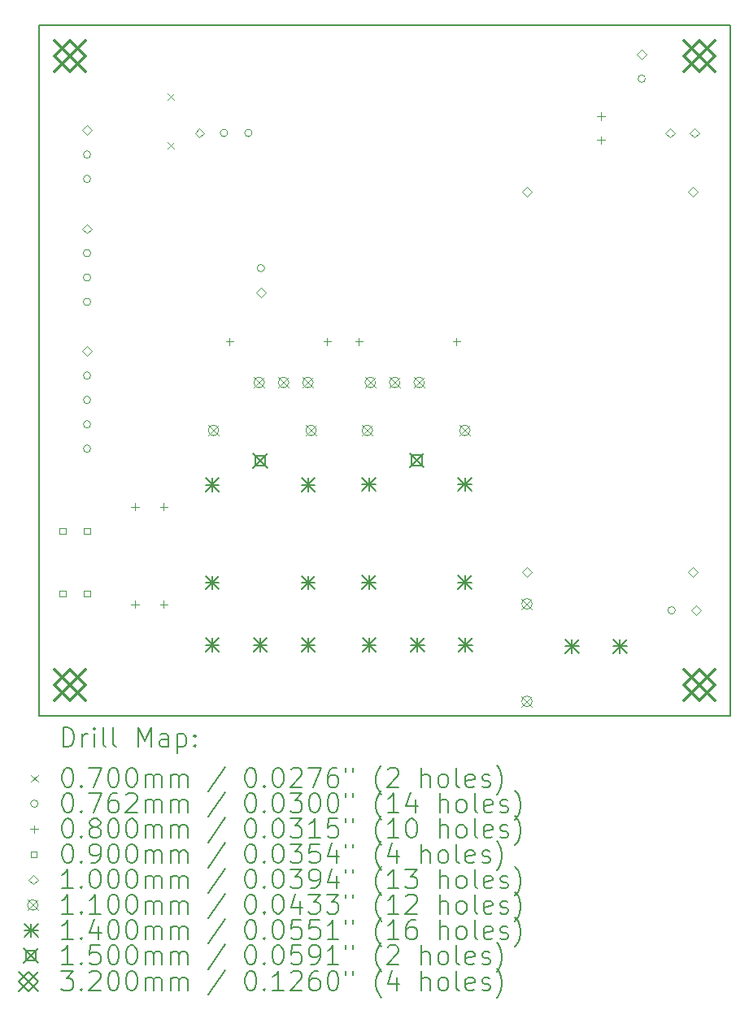
<source format=gbr>
%TF.GenerationSoftware,KiCad,Pcbnew,8.0.1*%
%TF.CreationDate,2024-09-28T14:19:53-03:00*%
%TF.ProjectId,AdeJiga,4164654a-6967-4612-9e6b-696361645f70,rev?*%
%TF.SameCoordinates,Original*%
%TF.FileFunction,Drillmap*%
%TF.FilePolarity,Positive*%
%FSLAX45Y45*%
G04 Gerber Fmt 4.5, Leading zero omitted, Abs format (unit mm)*
G04 Created by KiCad (PCBNEW 8.0.1) date 2024-09-28 14:19:53*
%MOMM*%
%LPD*%
G01*
G04 APERTURE LIST*
%ADD10C,0.200000*%
%ADD11C,0.100000*%
%ADD12C,0.110000*%
%ADD13C,0.140000*%
%ADD14C,0.150000*%
%ADD15C,0.320000*%
G04 APERTURE END LIST*
D10*
X19400000Y-2300000D02*
X19400000Y-9500000D01*
X19400000Y-9500000D02*
X12200000Y-9500000D01*
X12200000Y-9500000D02*
X12200000Y-2300000D01*
X12200000Y-2300000D02*
X19400000Y-2300000D01*
D11*
X13540000Y-3015000D02*
X13610000Y-3085000D01*
X13610000Y-3015000D02*
X13540000Y-3085000D01*
X13540000Y-3523000D02*
X13610000Y-3593000D01*
X13610000Y-3523000D02*
X13540000Y-3593000D01*
X12738100Y-3650000D02*
G75*
G02*
X12661900Y-3650000I-38100J0D01*
G01*
X12661900Y-3650000D02*
G75*
G02*
X12738100Y-3650000I38100J0D01*
G01*
X12738100Y-3904000D02*
G75*
G02*
X12661900Y-3904000I-38100J0D01*
G01*
X12661900Y-3904000D02*
G75*
G02*
X12738100Y-3904000I38100J0D01*
G01*
X12738100Y-4678000D02*
G75*
G02*
X12661900Y-4678000I-38100J0D01*
G01*
X12661900Y-4678000D02*
G75*
G02*
X12738100Y-4678000I38100J0D01*
G01*
X12738100Y-4932000D02*
G75*
G02*
X12661900Y-4932000I-38100J0D01*
G01*
X12661900Y-4932000D02*
G75*
G02*
X12738100Y-4932000I38100J0D01*
G01*
X12738100Y-5186000D02*
G75*
G02*
X12661900Y-5186000I-38100J0D01*
G01*
X12661900Y-5186000D02*
G75*
G02*
X12738100Y-5186000I38100J0D01*
G01*
X12738100Y-5953000D02*
G75*
G02*
X12661900Y-5953000I-38100J0D01*
G01*
X12661900Y-5953000D02*
G75*
G02*
X12738100Y-5953000I38100J0D01*
G01*
X12738100Y-6207000D02*
G75*
G02*
X12661900Y-6207000I-38100J0D01*
G01*
X12661900Y-6207000D02*
G75*
G02*
X12738100Y-6207000I38100J0D01*
G01*
X12738100Y-6461000D02*
G75*
G02*
X12661900Y-6461000I-38100J0D01*
G01*
X12661900Y-6461000D02*
G75*
G02*
X12738100Y-6461000I38100J0D01*
G01*
X12738100Y-6715000D02*
G75*
G02*
X12661900Y-6715000I-38100J0D01*
G01*
X12661900Y-6715000D02*
G75*
G02*
X12738100Y-6715000I38100J0D01*
G01*
X14164100Y-3425000D02*
G75*
G02*
X14087900Y-3425000I-38100J0D01*
G01*
X14087900Y-3425000D02*
G75*
G02*
X14164100Y-3425000I38100J0D01*
G01*
X14418100Y-3425000D02*
G75*
G02*
X14341900Y-3425000I-38100J0D01*
G01*
X14341900Y-3425000D02*
G75*
G02*
X14418100Y-3425000I38100J0D01*
G01*
X14548100Y-4833500D02*
G75*
G02*
X14471900Y-4833500I-38100J0D01*
G01*
X14471900Y-4833500D02*
G75*
G02*
X14548100Y-4833500I38100J0D01*
G01*
X18513100Y-2860000D02*
G75*
G02*
X18436900Y-2860000I-38100J0D01*
G01*
X18436900Y-2860000D02*
G75*
G02*
X18513100Y-2860000I38100J0D01*
G01*
X18824100Y-8400000D02*
G75*
G02*
X18747900Y-8400000I-38100J0D01*
G01*
X18747900Y-8400000D02*
G75*
G02*
X18824100Y-8400000I38100J0D01*
G01*
X13200000Y-7280000D02*
X13200000Y-7360000D01*
X13160000Y-7320000D02*
X13240000Y-7320000D01*
X13200000Y-8296000D02*
X13200000Y-8376000D01*
X13160000Y-8336000D02*
X13240000Y-8336000D01*
X13500000Y-7280000D02*
X13500000Y-7360000D01*
X13460000Y-7320000D02*
X13540000Y-7320000D01*
X13500000Y-8296000D02*
X13500000Y-8376000D01*
X13460000Y-8336000D02*
X13540000Y-8336000D01*
X14184000Y-5560000D02*
X14184000Y-5640000D01*
X14144000Y-5600000D02*
X14224000Y-5600000D01*
X15200000Y-5560000D02*
X15200000Y-5640000D01*
X15160000Y-5600000D02*
X15240000Y-5600000D01*
X15530000Y-5560000D02*
X15530000Y-5640000D01*
X15490000Y-5600000D02*
X15570000Y-5600000D01*
X16546000Y-5560000D02*
X16546000Y-5640000D01*
X16506000Y-5600000D02*
X16586000Y-5600000D01*
X18050000Y-3210000D02*
X18050000Y-3290000D01*
X18010000Y-3250000D02*
X18090000Y-3250000D01*
X18050000Y-3460000D02*
X18050000Y-3540000D01*
X18010000Y-3500000D02*
X18090000Y-3500000D01*
X12477820Y-7606820D02*
X12477820Y-7543180D01*
X12414180Y-7543180D01*
X12414180Y-7606820D01*
X12477820Y-7606820D01*
X12477820Y-8256820D02*
X12477820Y-8193180D01*
X12414180Y-8193180D01*
X12414180Y-8256820D01*
X12477820Y-8256820D01*
X12731820Y-7606820D02*
X12731820Y-7543180D01*
X12668180Y-7543180D01*
X12668180Y-7606820D01*
X12731820Y-7606820D01*
X12731820Y-8256820D02*
X12731820Y-8193180D01*
X12668180Y-8193180D01*
X12668180Y-8256820D01*
X12731820Y-8256820D01*
X12700000Y-3446000D02*
X12750000Y-3396000D01*
X12700000Y-3346000D01*
X12650000Y-3396000D01*
X12700000Y-3446000D01*
X12700000Y-4474000D02*
X12750000Y-4424000D01*
X12700000Y-4374000D01*
X12650000Y-4424000D01*
X12700000Y-4474000D01*
X12700000Y-5749000D02*
X12750000Y-5699000D01*
X12700000Y-5649000D01*
X12650000Y-5699000D01*
X12700000Y-5749000D01*
X13872000Y-3475000D02*
X13922000Y-3425000D01*
X13872000Y-3375000D01*
X13822000Y-3425000D01*
X13872000Y-3475000D01*
X14510000Y-5137500D02*
X14560000Y-5087500D01*
X14510000Y-5037500D01*
X14460000Y-5087500D01*
X14510000Y-5137500D01*
X17282800Y-4090000D02*
X17332800Y-4040000D01*
X17282800Y-3990000D01*
X17232800Y-4040000D01*
X17282800Y-4090000D01*
X17282800Y-8052400D02*
X17332800Y-8002400D01*
X17282800Y-7952400D01*
X17232800Y-8002400D01*
X17282800Y-8052400D01*
X18475000Y-2656000D02*
X18525000Y-2606000D01*
X18475000Y-2556000D01*
X18425000Y-2606000D01*
X18475000Y-2656000D01*
X18771000Y-3475000D02*
X18821000Y-3425000D01*
X18771000Y-3375000D01*
X18721000Y-3425000D01*
X18771000Y-3475000D01*
X19010000Y-4090000D02*
X19060000Y-4040000D01*
X19010000Y-3990000D01*
X18960000Y-4040000D01*
X19010000Y-4090000D01*
X19010000Y-8052400D02*
X19060000Y-8002400D01*
X19010000Y-7952400D01*
X18960000Y-8002400D01*
X19010000Y-8052400D01*
X19025000Y-3475000D02*
X19075000Y-3425000D01*
X19025000Y-3375000D01*
X18975000Y-3425000D01*
X19025000Y-3475000D01*
X19040000Y-8450000D02*
X19090000Y-8400000D01*
X19040000Y-8350000D01*
X18990000Y-8400000D01*
X19040000Y-8450000D01*
D12*
X13962000Y-6470000D02*
X14072000Y-6580000D01*
X14072000Y-6470000D02*
X13962000Y-6580000D01*
X14072000Y-6525000D02*
G75*
G02*
X13962000Y-6525000I-55000J0D01*
G01*
X13962000Y-6525000D02*
G75*
G02*
X14072000Y-6525000I55000J0D01*
G01*
X14437000Y-5970000D02*
X14547000Y-6080000D01*
X14547000Y-5970000D02*
X14437000Y-6080000D01*
X14547000Y-6025000D02*
G75*
G02*
X14437000Y-6025000I-55000J0D01*
G01*
X14437000Y-6025000D02*
G75*
G02*
X14547000Y-6025000I55000J0D01*
G01*
X14691000Y-5970000D02*
X14801000Y-6080000D01*
X14801000Y-5970000D02*
X14691000Y-6080000D01*
X14801000Y-6025000D02*
G75*
G02*
X14691000Y-6025000I-55000J0D01*
G01*
X14691000Y-6025000D02*
G75*
G02*
X14801000Y-6025000I55000J0D01*
G01*
X14945000Y-5970000D02*
X15055000Y-6080000D01*
X15055000Y-5970000D02*
X14945000Y-6080000D01*
X15055000Y-6025000D02*
G75*
G02*
X14945000Y-6025000I-55000J0D01*
G01*
X14945000Y-6025000D02*
G75*
G02*
X15055000Y-6025000I55000J0D01*
G01*
X14978000Y-6470000D02*
X15088000Y-6580000D01*
X15088000Y-6470000D02*
X14978000Y-6580000D01*
X15088000Y-6525000D02*
G75*
G02*
X14978000Y-6525000I-55000J0D01*
G01*
X14978000Y-6525000D02*
G75*
G02*
X15088000Y-6525000I55000J0D01*
G01*
X15563000Y-6470000D02*
X15673000Y-6580000D01*
X15673000Y-6470000D02*
X15563000Y-6580000D01*
X15673000Y-6525000D02*
G75*
G02*
X15563000Y-6525000I-55000J0D01*
G01*
X15563000Y-6525000D02*
G75*
G02*
X15673000Y-6525000I55000J0D01*
G01*
X15595000Y-5970000D02*
X15705000Y-6080000D01*
X15705000Y-5970000D02*
X15595000Y-6080000D01*
X15705000Y-6025000D02*
G75*
G02*
X15595000Y-6025000I-55000J0D01*
G01*
X15595000Y-6025000D02*
G75*
G02*
X15705000Y-6025000I55000J0D01*
G01*
X15849000Y-5970000D02*
X15959000Y-6080000D01*
X15959000Y-5970000D02*
X15849000Y-6080000D01*
X15959000Y-6025000D02*
G75*
G02*
X15849000Y-6025000I-55000J0D01*
G01*
X15849000Y-6025000D02*
G75*
G02*
X15959000Y-6025000I55000J0D01*
G01*
X16103000Y-5970000D02*
X16213000Y-6080000D01*
X16213000Y-5970000D02*
X16103000Y-6080000D01*
X16213000Y-6025000D02*
G75*
G02*
X16103000Y-6025000I-55000J0D01*
G01*
X16103000Y-6025000D02*
G75*
G02*
X16213000Y-6025000I55000J0D01*
G01*
X16579000Y-6470000D02*
X16689000Y-6580000D01*
X16689000Y-6470000D02*
X16579000Y-6580000D01*
X16689000Y-6525000D02*
G75*
G02*
X16579000Y-6525000I-55000J0D01*
G01*
X16579000Y-6525000D02*
G75*
G02*
X16689000Y-6525000I55000J0D01*
G01*
X17225000Y-8277000D02*
X17335000Y-8387000D01*
X17335000Y-8277000D02*
X17225000Y-8387000D01*
X17335000Y-8332000D02*
G75*
G02*
X17225000Y-8332000I-55000J0D01*
G01*
X17225000Y-8332000D02*
G75*
G02*
X17335000Y-8332000I55000J0D01*
G01*
X17225000Y-9293000D02*
X17335000Y-9403000D01*
X17335000Y-9293000D02*
X17225000Y-9403000D01*
X17335000Y-9348000D02*
G75*
G02*
X17225000Y-9348000I-55000J0D01*
G01*
X17225000Y-9348000D02*
G75*
G02*
X17335000Y-9348000I55000J0D01*
G01*
D13*
X13934000Y-7022000D02*
X14074000Y-7162000D01*
X14074000Y-7022000D02*
X13934000Y-7162000D01*
X14004000Y-7022000D02*
X14004000Y-7162000D01*
X13934000Y-7092000D02*
X14074000Y-7092000D01*
X13934000Y-8042000D02*
X14074000Y-8182000D01*
X14074000Y-8042000D02*
X13934000Y-8182000D01*
X14004000Y-8042000D02*
X14004000Y-8182000D01*
X13934000Y-8112000D02*
X14074000Y-8112000D01*
X13934000Y-8690000D02*
X14074000Y-8830000D01*
X14074000Y-8690000D02*
X13934000Y-8830000D01*
X14004000Y-8690000D02*
X14004000Y-8830000D01*
X13934000Y-8760000D02*
X14074000Y-8760000D01*
X14434000Y-8690000D02*
X14574000Y-8830000D01*
X14574000Y-8690000D02*
X14434000Y-8830000D01*
X14504000Y-8690000D02*
X14504000Y-8830000D01*
X14434000Y-8760000D02*
X14574000Y-8760000D01*
X14934000Y-7022000D02*
X15074000Y-7162000D01*
X15074000Y-7022000D02*
X14934000Y-7162000D01*
X15004000Y-7022000D02*
X15004000Y-7162000D01*
X14934000Y-7092000D02*
X15074000Y-7092000D01*
X14934000Y-8042000D02*
X15074000Y-8182000D01*
X15074000Y-8042000D02*
X14934000Y-8182000D01*
X15004000Y-8042000D02*
X15004000Y-8182000D01*
X14934000Y-8112000D02*
X15074000Y-8112000D01*
X14934000Y-8690000D02*
X15074000Y-8830000D01*
X15074000Y-8690000D02*
X14934000Y-8830000D01*
X15004000Y-8690000D02*
X15004000Y-8830000D01*
X14934000Y-8760000D02*
X15074000Y-8760000D01*
X15564000Y-7017000D02*
X15704000Y-7157000D01*
X15704000Y-7017000D02*
X15564000Y-7157000D01*
X15634000Y-7017000D02*
X15634000Y-7157000D01*
X15564000Y-7087000D02*
X15704000Y-7087000D01*
X15564000Y-8037000D02*
X15704000Y-8177000D01*
X15704000Y-8037000D02*
X15564000Y-8177000D01*
X15634000Y-8037000D02*
X15634000Y-8177000D01*
X15564000Y-8107000D02*
X15704000Y-8107000D01*
X15570000Y-8690000D02*
X15710000Y-8830000D01*
X15710000Y-8690000D02*
X15570000Y-8830000D01*
X15640000Y-8690000D02*
X15640000Y-8830000D01*
X15570000Y-8760000D02*
X15710000Y-8760000D01*
X16070000Y-8690000D02*
X16210000Y-8830000D01*
X16210000Y-8690000D02*
X16070000Y-8830000D01*
X16140000Y-8690000D02*
X16140000Y-8830000D01*
X16070000Y-8760000D02*
X16210000Y-8760000D01*
X16564000Y-7017000D02*
X16704000Y-7157000D01*
X16704000Y-7017000D02*
X16564000Y-7157000D01*
X16634000Y-7017000D02*
X16634000Y-7157000D01*
X16564000Y-7087000D02*
X16704000Y-7087000D01*
X16564000Y-8037000D02*
X16704000Y-8177000D01*
X16704000Y-8037000D02*
X16564000Y-8177000D01*
X16634000Y-8037000D02*
X16634000Y-8177000D01*
X16564000Y-8107000D02*
X16704000Y-8107000D01*
X16570000Y-8690000D02*
X16710000Y-8830000D01*
X16710000Y-8690000D02*
X16570000Y-8830000D01*
X16640000Y-8690000D02*
X16640000Y-8830000D01*
X16570000Y-8760000D02*
X16710000Y-8760000D01*
X17680000Y-8705000D02*
X17820000Y-8845000D01*
X17820000Y-8705000D02*
X17680000Y-8845000D01*
X17750000Y-8705000D02*
X17750000Y-8845000D01*
X17680000Y-8775000D02*
X17820000Y-8775000D01*
X18180000Y-8705000D02*
X18320000Y-8845000D01*
X18320000Y-8705000D02*
X18180000Y-8845000D01*
X18250000Y-8705000D02*
X18250000Y-8845000D01*
X18180000Y-8775000D02*
X18320000Y-8775000D01*
D14*
X14429000Y-6767000D02*
X14579000Y-6917000D01*
X14579000Y-6767000D02*
X14429000Y-6917000D01*
X14557033Y-6895033D02*
X14557033Y-6788966D01*
X14450966Y-6788966D01*
X14450966Y-6895033D01*
X14557033Y-6895033D01*
X16059000Y-6762000D02*
X16209000Y-6912000D01*
X16209000Y-6762000D02*
X16059000Y-6912000D01*
X16187033Y-6890033D02*
X16187033Y-6783966D01*
X16080966Y-6783966D01*
X16080966Y-6890033D01*
X16187033Y-6890033D01*
D15*
X12365000Y-2465000D02*
X12685000Y-2785000D01*
X12685000Y-2465000D02*
X12365000Y-2785000D01*
X12525000Y-2785000D02*
X12685000Y-2625000D01*
X12525000Y-2465000D01*
X12365000Y-2625000D01*
X12525000Y-2785000D01*
X12365000Y-9015000D02*
X12685000Y-9335000D01*
X12685000Y-9015000D02*
X12365000Y-9335000D01*
X12525000Y-9335000D02*
X12685000Y-9175000D01*
X12525000Y-9015000D01*
X12365000Y-9175000D01*
X12525000Y-9335000D01*
X18915000Y-2465000D02*
X19235000Y-2785000D01*
X19235000Y-2465000D02*
X18915000Y-2785000D01*
X19075000Y-2785000D02*
X19235000Y-2625000D01*
X19075000Y-2465000D01*
X18915000Y-2625000D01*
X19075000Y-2785000D01*
X18915000Y-9015000D02*
X19235000Y-9335000D01*
X19235000Y-9015000D02*
X18915000Y-9335000D01*
X19075000Y-9335000D02*
X19235000Y-9175000D01*
X19075000Y-9015000D01*
X18915000Y-9175000D01*
X19075000Y-9335000D01*
D10*
X12450777Y-9821484D02*
X12450777Y-9621484D01*
X12450777Y-9621484D02*
X12498396Y-9621484D01*
X12498396Y-9621484D02*
X12526967Y-9631008D01*
X12526967Y-9631008D02*
X12546015Y-9650055D01*
X12546015Y-9650055D02*
X12555539Y-9669103D01*
X12555539Y-9669103D02*
X12565062Y-9707198D01*
X12565062Y-9707198D02*
X12565062Y-9735770D01*
X12565062Y-9735770D02*
X12555539Y-9773865D01*
X12555539Y-9773865D02*
X12546015Y-9792912D01*
X12546015Y-9792912D02*
X12526967Y-9811960D01*
X12526967Y-9811960D02*
X12498396Y-9821484D01*
X12498396Y-9821484D02*
X12450777Y-9821484D01*
X12650777Y-9821484D02*
X12650777Y-9688150D01*
X12650777Y-9726246D02*
X12660301Y-9707198D01*
X12660301Y-9707198D02*
X12669824Y-9697674D01*
X12669824Y-9697674D02*
X12688872Y-9688150D01*
X12688872Y-9688150D02*
X12707920Y-9688150D01*
X12774586Y-9821484D02*
X12774586Y-9688150D01*
X12774586Y-9621484D02*
X12765062Y-9631008D01*
X12765062Y-9631008D02*
X12774586Y-9640531D01*
X12774586Y-9640531D02*
X12784110Y-9631008D01*
X12784110Y-9631008D02*
X12774586Y-9621484D01*
X12774586Y-9621484D02*
X12774586Y-9640531D01*
X12898396Y-9821484D02*
X12879348Y-9811960D01*
X12879348Y-9811960D02*
X12869824Y-9792912D01*
X12869824Y-9792912D02*
X12869824Y-9621484D01*
X13003158Y-9821484D02*
X12984110Y-9811960D01*
X12984110Y-9811960D02*
X12974586Y-9792912D01*
X12974586Y-9792912D02*
X12974586Y-9621484D01*
X13231729Y-9821484D02*
X13231729Y-9621484D01*
X13231729Y-9621484D02*
X13298396Y-9764341D01*
X13298396Y-9764341D02*
X13365062Y-9621484D01*
X13365062Y-9621484D02*
X13365062Y-9821484D01*
X13546015Y-9821484D02*
X13546015Y-9716722D01*
X13546015Y-9716722D02*
X13536491Y-9697674D01*
X13536491Y-9697674D02*
X13517443Y-9688150D01*
X13517443Y-9688150D02*
X13479348Y-9688150D01*
X13479348Y-9688150D02*
X13460301Y-9697674D01*
X13546015Y-9811960D02*
X13526967Y-9821484D01*
X13526967Y-9821484D02*
X13479348Y-9821484D01*
X13479348Y-9821484D02*
X13460301Y-9811960D01*
X13460301Y-9811960D02*
X13450777Y-9792912D01*
X13450777Y-9792912D02*
X13450777Y-9773865D01*
X13450777Y-9773865D02*
X13460301Y-9754817D01*
X13460301Y-9754817D02*
X13479348Y-9745293D01*
X13479348Y-9745293D02*
X13526967Y-9745293D01*
X13526967Y-9745293D02*
X13546015Y-9735770D01*
X13641253Y-9688150D02*
X13641253Y-9888150D01*
X13641253Y-9697674D02*
X13660301Y-9688150D01*
X13660301Y-9688150D02*
X13698396Y-9688150D01*
X13698396Y-9688150D02*
X13717443Y-9697674D01*
X13717443Y-9697674D02*
X13726967Y-9707198D01*
X13726967Y-9707198D02*
X13736491Y-9726246D01*
X13736491Y-9726246D02*
X13736491Y-9783389D01*
X13736491Y-9783389D02*
X13726967Y-9802436D01*
X13726967Y-9802436D02*
X13717443Y-9811960D01*
X13717443Y-9811960D02*
X13698396Y-9821484D01*
X13698396Y-9821484D02*
X13660301Y-9821484D01*
X13660301Y-9821484D02*
X13641253Y-9811960D01*
X13822205Y-9802436D02*
X13831729Y-9811960D01*
X13831729Y-9811960D02*
X13822205Y-9821484D01*
X13822205Y-9821484D02*
X13812682Y-9811960D01*
X13812682Y-9811960D02*
X13822205Y-9802436D01*
X13822205Y-9802436D02*
X13822205Y-9821484D01*
X13822205Y-9697674D02*
X13831729Y-9707198D01*
X13831729Y-9707198D02*
X13822205Y-9716722D01*
X13822205Y-9716722D02*
X13812682Y-9707198D01*
X13812682Y-9707198D02*
X13822205Y-9697674D01*
X13822205Y-9697674D02*
X13822205Y-9716722D01*
D11*
X12120000Y-10115000D02*
X12190000Y-10185000D01*
X12190000Y-10115000D02*
X12120000Y-10185000D01*
D10*
X12488872Y-10041484D02*
X12507920Y-10041484D01*
X12507920Y-10041484D02*
X12526967Y-10051008D01*
X12526967Y-10051008D02*
X12536491Y-10060531D01*
X12536491Y-10060531D02*
X12546015Y-10079579D01*
X12546015Y-10079579D02*
X12555539Y-10117674D01*
X12555539Y-10117674D02*
X12555539Y-10165293D01*
X12555539Y-10165293D02*
X12546015Y-10203389D01*
X12546015Y-10203389D02*
X12536491Y-10222436D01*
X12536491Y-10222436D02*
X12526967Y-10231960D01*
X12526967Y-10231960D02*
X12507920Y-10241484D01*
X12507920Y-10241484D02*
X12488872Y-10241484D01*
X12488872Y-10241484D02*
X12469824Y-10231960D01*
X12469824Y-10231960D02*
X12460301Y-10222436D01*
X12460301Y-10222436D02*
X12450777Y-10203389D01*
X12450777Y-10203389D02*
X12441253Y-10165293D01*
X12441253Y-10165293D02*
X12441253Y-10117674D01*
X12441253Y-10117674D02*
X12450777Y-10079579D01*
X12450777Y-10079579D02*
X12460301Y-10060531D01*
X12460301Y-10060531D02*
X12469824Y-10051008D01*
X12469824Y-10051008D02*
X12488872Y-10041484D01*
X12641253Y-10222436D02*
X12650777Y-10231960D01*
X12650777Y-10231960D02*
X12641253Y-10241484D01*
X12641253Y-10241484D02*
X12631729Y-10231960D01*
X12631729Y-10231960D02*
X12641253Y-10222436D01*
X12641253Y-10222436D02*
X12641253Y-10241484D01*
X12717443Y-10041484D02*
X12850777Y-10041484D01*
X12850777Y-10041484D02*
X12765062Y-10241484D01*
X12965062Y-10041484D02*
X12984110Y-10041484D01*
X12984110Y-10041484D02*
X13003158Y-10051008D01*
X13003158Y-10051008D02*
X13012682Y-10060531D01*
X13012682Y-10060531D02*
X13022205Y-10079579D01*
X13022205Y-10079579D02*
X13031729Y-10117674D01*
X13031729Y-10117674D02*
X13031729Y-10165293D01*
X13031729Y-10165293D02*
X13022205Y-10203389D01*
X13022205Y-10203389D02*
X13012682Y-10222436D01*
X13012682Y-10222436D02*
X13003158Y-10231960D01*
X13003158Y-10231960D02*
X12984110Y-10241484D01*
X12984110Y-10241484D02*
X12965062Y-10241484D01*
X12965062Y-10241484D02*
X12946015Y-10231960D01*
X12946015Y-10231960D02*
X12936491Y-10222436D01*
X12936491Y-10222436D02*
X12926967Y-10203389D01*
X12926967Y-10203389D02*
X12917443Y-10165293D01*
X12917443Y-10165293D02*
X12917443Y-10117674D01*
X12917443Y-10117674D02*
X12926967Y-10079579D01*
X12926967Y-10079579D02*
X12936491Y-10060531D01*
X12936491Y-10060531D02*
X12946015Y-10051008D01*
X12946015Y-10051008D02*
X12965062Y-10041484D01*
X13155539Y-10041484D02*
X13174586Y-10041484D01*
X13174586Y-10041484D02*
X13193634Y-10051008D01*
X13193634Y-10051008D02*
X13203158Y-10060531D01*
X13203158Y-10060531D02*
X13212682Y-10079579D01*
X13212682Y-10079579D02*
X13222205Y-10117674D01*
X13222205Y-10117674D02*
X13222205Y-10165293D01*
X13222205Y-10165293D02*
X13212682Y-10203389D01*
X13212682Y-10203389D02*
X13203158Y-10222436D01*
X13203158Y-10222436D02*
X13193634Y-10231960D01*
X13193634Y-10231960D02*
X13174586Y-10241484D01*
X13174586Y-10241484D02*
X13155539Y-10241484D01*
X13155539Y-10241484D02*
X13136491Y-10231960D01*
X13136491Y-10231960D02*
X13126967Y-10222436D01*
X13126967Y-10222436D02*
X13117443Y-10203389D01*
X13117443Y-10203389D02*
X13107920Y-10165293D01*
X13107920Y-10165293D02*
X13107920Y-10117674D01*
X13107920Y-10117674D02*
X13117443Y-10079579D01*
X13117443Y-10079579D02*
X13126967Y-10060531D01*
X13126967Y-10060531D02*
X13136491Y-10051008D01*
X13136491Y-10051008D02*
X13155539Y-10041484D01*
X13307920Y-10241484D02*
X13307920Y-10108150D01*
X13307920Y-10127198D02*
X13317443Y-10117674D01*
X13317443Y-10117674D02*
X13336491Y-10108150D01*
X13336491Y-10108150D02*
X13365063Y-10108150D01*
X13365063Y-10108150D02*
X13384110Y-10117674D01*
X13384110Y-10117674D02*
X13393634Y-10136722D01*
X13393634Y-10136722D02*
X13393634Y-10241484D01*
X13393634Y-10136722D02*
X13403158Y-10117674D01*
X13403158Y-10117674D02*
X13422205Y-10108150D01*
X13422205Y-10108150D02*
X13450777Y-10108150D01*
X13450777Y-10108150D02*
X13469824Y-10117674D01*
X13469824Y-10117674D02*
X13479348Y-10136722D01*
X13479348Y-10136722D02*
X13479348Y-10241484D01*
X13574586Y-10241484D02*
X13574586Y-10108150D01*
X13574586Y-10127198D02*
X13584110Y-10117674D01*
X13584110Y-10117674D02*
X13603158Y-10108150D01*
X13603158Y-10108150D02*
X13631729Y-10108150D01*
X13631729Y-10108150D02*
X13650777Y-10117674D01*
X13650777Y-10117674D02*
X13660301Y-10136722D01*
X13660301Y-10136722D02*
X13660301Y-10241484D01*
X13660301Y-10136722D02*
X13669824Y-10117674D01*
X13669824Y-10117674D02*
X13688872Y-10108150D01*
X13688872Y-10108150D02*
X13717443Y-10108150D01*
X13717443Y-10108150D02*
X13736491Y-10117674D01*
X13736491Y-10117674D02*
X13746015Y-10136722D01*
X13746015Y-10136722D02*
X13746015Y-10241484D01*
X14136491Y-10031960D02*
X13965063Y-10289103D01*
X14393634Y-10041484D02*
X14412682Y-10041484D01*
X14412682Y-10041484D02*
X14431729Y-10051008D01*
X14431729Y-10051008D02*
X14441253Y-10060531D01*
X14441253Y-10060531D02*
X14450777Y-10079579D01*
X14450777Y-10079579D02*
X14460301Y-10117674D01*
X14460301Y-10117674D02*
X14460301Y-10165293D01*
X14460301Y-10165293D02*
X14450777Y-10203389D01*
X14450777Y-10203389D02*
X14441253Y-10222436D01*
X14441253Y-10222436D02*
X14431729Y-10231960D01*
X14431729Y-10231960D02*
X14412682Y-10241484D01*
X14412682Y-10241484D02*
X14393634Y-10241484D01*
X14393634Y-10241484D02*
X14374586Y-10231960D01*
X14374586Y-10231960D02*
X14365063Y-10222436D01*
X14365063Y-10222436D02*
X14355539Y-10203389D01*
X14355539Y-10203389D02*
X14346015Y-10165293D01*
X14346015Y-10165293D02*
X14346015Y-10117674D01*
X14346015Y-10117674D02*
X14355539Y-10079579D01*
X14355539Y-10079579D02*
X14365063Y-10060531D01*
X14365063Y-10060531D02*
X14374586Y-10051008D01*
X14374586Y-10051008D02*
X14393634Y-10041484D01*
X14546015Y-10222436D02*
X14555539Y-10231960D01*
X14555539Y-10231960D02*
X14546015Y-10241484D01*
X14546015Y-10241484D02*
X14536491Y-10231960D01*
X14536491Y-10231960D02*
X14546015Y-10222436D01*
X14546015Y-10222436D02*
X14546015Y-10241484D01*
X14679348Y-10041484D02*
X14698396Y-10041484D01*
X14698396Y-10041484D02*
X14717444Y-10051008D01*
X14717444Y-10051008D02*
X14726967Y-10060531D01*
X14726967Y-10060531D02*
X14736491Y-10079579D01*
X14736491Y-10079579D02*
X14746015Y-10117674D01*
X14746015Y-10117674D02*
X14746015Y-10165293D01*
X14746015Y-10165293D02*
X14736491Y-10203389D01*
X14736491Y-10203389D02*
X14726967Y-10222436D01*
X14726967Y-10222436D02*
X14717444Y-10231960D01*
X14717444Y-10231960D02*
X14698396Y-10241484D01*
X14698396Y-10241484D02*
X14679348Y-10241484D01*
X14679348Y-10241484D02*
X14660301Y-10231960D01*
X14660301Y-10231960D02*
X14650777Y-10222436D01*
X14650777Y-10222436D02*
X14641253Y-10203389D01*
X14641253Y-10203389D02*
X14631729Y-10165293D01*
X14631729Y-10165293D02*
X14631729Y-10117674D01*
X14631729Y-10117674D02*
X14641253Y-10079579D01*
X14641253Y-10079579D02*
X14650777Y-10060531D01*
X14650777Y-10060531D02*
X14660301Y-10051008D01*
X14660301Y-10051008D02*
X14679348Y-10041484D01*
X14822206Y-10060531D02*
X14831729Y-10051008D01*
X14831729Y-10051008D02*
X14850777Y-10041484D01*
X14850777Y-10041484D02*
X14898396Y-10041484D01*
X14898396Y-10041484D02*
X14917444Y-10051008D01*
X14917444Y-10051008D02*
X14926967Y-10060531D01*
X14926967Y-10060531D02*
X14936491Y-10079579D01*
X14936491Y-10079579D02*
X14936491Y-10098627D01*
X14936491Y-10098627D02*
X14926967Y-10127198D01*
X14926967Y-10127198D02*
X14812682Y-10241484D01*
X14812682Y-10241484D02*
X14936491Y-10241484D01*
X15003158Y-10041484D02*
X15136491Y-10041484D01*
X15136491Y-10041484D02*
X15050777Y-10241484D01*
X15298396Y-10041484D02*
X15260301Y-10041484D01*
X15260301Y-10041484D02*
X15241253Y-10051008D01*
X15241253Y-10051008D02*
X15231729Y-10060531D01*
X15231729Y-10060531D02*
X15212682Y-10089103D01*
X15212682Y-10089103D02*
X15203158Y-10127198D01*
X15203158Y-10127198D02*
X15203158Y-10203389D01*
X15203158Y-10203389D02*
X15212682Y-10222436D01*
X15212682Y-10222436D02*
X15222206Y-10231960D01*
X15222206Y-10231960D02*
X15241253Y-10241484D01*
X15241253Y-10241484D02*
X15279348Y-10241484D01*
X15279348Y-10241484D02*
X15298396Y-10231960D01*
X15298396Y-10231960D02*
X15307920Y-10222436D01*
X15307920Y-10222436D02*
X15317444Y-10203389D01*
X15317444Y-10203389D02*
X15317444Y-10155770D01*
X15317444Y-10155770D02*
X15307920Y-10136722D01*
X15307920Y-10136722D02*
X15298396Y-10127198D01*
X15298396Y-10127198D02*
X15279348Y-10117674D01*
X15279348Y-10117674D02*
X15241253Y-10117674D01*
X15241253Y-10117674D02*
X15222206Y-10127198D01*
X15222206Y-10127198D02*
X15212682Y-10136722D01*
X15212682Y-10136722D02*
X15203158Y-10155770D01*
X15393634Y-10041484D02*
X15393634Y-10079579D01*
X15469825Y-10041484D02*
X15469825Y-10079579D01*
X15765063Y-10317674D02*
X15755539Y-10308150D01*
X15755539Y-10308150D02*
X15736491Y-10279579D01*
X15736491Y-10279579D02*
X15726968Y-10260531D01*
X15726968Y-10260531D02*
X15717444Y-10231960D01*
X15717444Y-10231960D02*
X15707920Y-10184341D01*
X15707920Y-10184341D02*
X15707920Y-10146246D01*
X15707920Y-10146246D02*
X15717444Y-10098627D01*
X15717444Y-10098627D02*
X15726968Y-10070055D01*
X15726968Y-10070055D02*
X15736491Y-10051008D01*
X15736491Y-10051008D02*
X15755539Y-10022436D01*
X15755539Y-10022436D02*
X15765063Y-10012912D01*
X15831729Y-10060531D02*
X15841253Y-10051008D01*
X15841253Y-10051008D02*
X15860301Y-10041484D01*
X15860301Y-10041484D02*
X15907920Y-10041484D01*
X15907920Y-10041484D02*
X15926968Y-10051008D01*
X15926968Y-10051008D02*
X15936491Y-10060531D01*
X15936491Y-10060531D02*
X15946015Y-10079579D01*
X15946015Y-10079579D02*
X15946015Y-10098627D01*
X15946015Y-10098627D02*
X15936491Y-10127198D01*
X15936491Y-10127198D02*
X15822206Y-10241484D01*
X15822206Y-10241484D02*
X15946015Y-10241484D01*
X16184110Y-10241484D02*
X16184110Y-10041484D01*
X16269825Y-10241484D02*
X16269825Y-10136722D01*
X16269825Y-10136722D02*
X16260301Y-10117674D01*
X16260301Y-10117674D02*
X16241253Y-10108150D01*
X16241253Y-10108150D02*
X16212682Y-10108150D01*
X16212682Y-10108150D02*
X16193634Y-10117674D01*
X16193634Y-10117674D02*
X16184110Y-10127198D01*
X16393634Y-10241484D02*
X16374587Y-10231960D01*
X16374587Y-10231960D02*
X16365063Y-10222436D01*
X16365063Y-10222436D02*
X16355539Y-10203389D01*
X16355539Y-10203389D02*
X16355539Y-10146246D01*
X16355539Y-10146246D02*
X16365063Y-10127198D01*
X16365063Y-10127198D02*
X16374587Y-10117674D01*
X16374587Y-10117674D02*
X16393634Y-10108150D01*
X16393634Y-10108150D02*
X16422206Y-10108150D01*
X16422206Y-10108150D02*
X16441253Y-10117674D01*
X16441253Y-10117674D02*
X16450777Y-10127198D01*
X16450777Y-10127198D02*
X16460301Y-10146246D01*
X16460301Y-10146246D02*
X16460301Y-10203389D01*
X16460301Y-10203389D02*
X16450777Y-10222436D01*
X16450777Y-10222436D02*
X16441253Y-10231960D01*
X16441253Y-10231960D02*
X16422206Y-10241484D01*
X16422206Y-10241484D02*
X16393634Y-10241484D01*
X16574587Y-10241484D02*
X16555539Y-10231960D01*
X16555539Y-10231960D02*
X16546015Y-10212912D01*
X16546015Y-10212912D02*
X16546015Y-10041484D01*
X16726968Y-10231960D02*
X16707920Y-10241484D01*
X16707920Y-10241484D02*
X16669825Y-10241484D01*
X16669825Y-10241484D02*
X16650777Y-10231960D01*
X16650777Y-10231960D02*
X16641253Y-10212912D01*
X16641253Y-10212912D02*
X16641253Y-10136722D01*
X16641253Y-10136722D02*
X16650777Y-10117674D01*
X16650777Y-10117674D02*
X16669825Y-10108150D01*
X16669825Y-10108150D02*
X16707920Y-10108150D01*
X16707920Y-10108150D02*
X16726968Y-10117674D01*
X16726968Y-10117674D02*
X16736491Y-10136722D01*
X16736491Y-10136722D02*
X16736491Y-10155770D01*
X16736491Y-10155770D02*
X16641253Y-10174817D01*
X16812682Y-10231960D02*
X16831730Y-10241484D01*
X16831730Y-10241484D02*
X16869825Y-10241484D01*
X16869825Y-10241484D02*
X16888873Y-10231960D01*
X16888873Y-10231960D02*
X16898396Y-10212912D01*
X16898396Y-10212912D02*
X16898396Y-10203389D01*
X16898396Y-10203389D02*
X16888873Y-10184341D01*
X16888873Y-10184341D02*
X16869825Y-10174817D01*
X16869825Y-10174817D02*
X16841253Y-10174817D01*
X16841253Y-10174817D02*
X16822206Y-10165293D01*
X16822206Y-10165293D02*
X16812682Y-10146246D01*
X16812682Y-10146246D02*
X16812682Y-10136722D01*
X16812682Y-10136722D02*
X16822206Y-10117674D01*
X16822206Y-10117674D02*
X16841253Y-10108150D01*
X16841253Y-10108150D02*
X16869825Y-10108150D01*
X16869825Y-10108150D02*
X16888873Y-10117674D01*
X16965063Y-10317674D02*
X16974587Y-10308150D01*
X16974587Y-10308150D02*
X16993634Y-10279579D01*
X16993634Y-10279579D02*
X17003158Y-10260531D01*
X17003158Y-10260531D02*
X17012682Y-10231960D01*
X17012682Y-10231960D02*
X17022206Y-10184341D01*
X17022206Y-10184341D02*
X17022206Y-10146246D01*
X17022206Y-10146246D02*
X17012682Y-10098627D01*
X17012682Y-10098627D02*
X17003158Y-10070055D01*
X17003158Y-10070055D02*
X16993634Y-10051008D01*
X16993634Y-10051008D02*
X16974587Y-10022436D01*
X16974587Y-10022436D02*
X16965063Y-10012912D01*
D11*
X12190000Y-10414000D02*
G75*
G02*
X12113800Y-10414000I-38100J0D01*
G01*
X12113800Y-10414000D02*
G75*
G02*
X12190000Y-10414000I38100J0D01*
G01*
D10*
X12488872Y-10305484D02*
X12507920Y-10305484D01*
X12507920Y-10305484D02*
X12526967Y-10315008D01*
X12526967Y-10315008D02*
X12536491Y-10324531D01*
X12536491Y-10324531D02*
X12546015Y-10343579D01*
X12546015Y-10343579D02*
X12555539Y-10381674D01*
X12555539Y-10381674D02*
X12555539Y-10429293D01*
X12555539Y-10429293D02*
X12546015Y-10467389D01*
X12546015Y-10467389D02*
X12536491Y-10486436D01*
X12536491Y-10486436D02*
X12526967Y-10495960D01*
X12526967Y-10495960D02*
X12507920Y-10505484D01*
X12507920Y-10505484D02*
X12488872Y-10505484D01*
X12488872Y-10505484D02*
X12469824Y-10495960D01*
X12469824Y-10495960D02*
X12460301Y-10486436D01*
X12460301Y-10486436D02*
X12450777Y-10467389D01*
X12450777Y-10467389D02*
X12441253Y-10429293D01*
X12441253Y-10429293D02*
X12441253Y-10381674D01*
X12441253Y-10381674D02*
X12450777Y-10343579D01*
X12450777Y-10343579D02*
X12460301Y-10324531D01*
X12460301Y-10324531D02*
X12469824Y-10315008D01*
X12469824Y-10315008D02*
X12488872Y-10305484D01*
X12641253Y-10486436D02*
X12650777Y-10495960D01*
X12650777Y-10495960D02*
X12641253Y-10505484D01*
X12641253Y-10505484D02*
X12631729Y-10495960D01*
X12631729Y-10495960D02*
X12641253Y-10486436D01*
X12641253Y-10486436D02*
X12641253Y-10505484D01*
X12717443Y-10305484D02*
X12850777Y-10305484D01*
X12850777Y-10305484D02*
X12765062Y-10505484D01*
X13012682Y-10305484D02*
X12974586Y-10305484D01*
X12974586Y-10305484D02*
X12955539Y-10315008D01*
X12955539Y-10315008D02*
X12946015Y-10324531D01*
X12946015Y-10324531D02*
X12926967Y-10353103D01*
X12926967Y-10353103D02*
X12917443Y-10391198D01*
X12917443Y-10391198D02*
X12917443Y-10467389D01*
X12917443Y-10467389D02*
X12926967Y-10486436D01*
X12926967Y-10486436D02*
X12936491Y-10495960D01*
X12936491Y-10495960D02*
X12955539Y-10505484D01*
X12955539Y-10505484D02*
X12993634Y-10505484D01*
X12993634Y-10505484D02*
X13012682Y-10495960D01*
X13012682Y-10495960D02*
X13022205Y-10486436D01*
X13022205Y-10486436D02*
X13031729Y-10467389D01*
X13031729Y-10467389D02*
X13031729Y-10419770D01*
X13031729Y-10419770D02*
X13022205Y-10400722D01*
X13022205Y-10400722D02*
X13012682Y-10391198D01*
X13012682Y-10391198D02*
X12993634Y-10381674D01*
X12993634Y-10381674D02*
X12955539Y-10381674D01*
X12955539Y-10381674D02*
X12936491Y-10391198D01*
X12936491Y-10391198D02*
X12926967Y-10400722D01*
X12926967Y-10400722D02*
X12917443Y-10419770D01*
X13107920Y-10324531D02*
X13117443Y-10315008D01*
X13117443Y-10315008D02*
X13136491Y-10305484D01*
X13136491Y-10305484D02*
X13184110Y-10305484D01*
X13184110Y-10305484D02*
X13203158Y-10315008D01*
X13203158Y-10315008D02*
X13212682Y-10324531D01*
X13212682Y-10324531D02*
X13222205Y-10343579D01*
X13222205Y-10343579D02*
X13222205Y-10362627D01*
X13222205Y-10362627D02*
X13212682Y-10391198D01*
X13212682Y-10391198D02*
X13098396Y-10505484D01*
X13098396Y-10505484D02*
X13222205Y-10505484D01*
X13307920Y-10505484D02*
X13307920Y-10372150D01*
X13307920Y-10391198D02*
X13317443Y-10381674D01*
X13317443Y-10381674D02*
X13336491Y-10372150D01*
X13336491Y-10372150D02*
X13365063Y-10372150D01*
X13365063Y-10372150D02*
X13384110Y-10381674D01*
X13384110Y-10381674D02*
X13393634Y-10400722D01*
X13393634Y-10400722D02*
X13393634Y-10505484D01*
X13393634Y-10400722D02*
X13403158Y-10381674D01*
X13403158Y-10381674D02*
X13422205Y-10372150D01*
X13422205Y-10372150D02*
X13450777Y-10372150D01*
X13450777Y-10372150D02*
X13469824Y-10381674D01*
X13469824Y-10381674D02*
X13479348Y-10400722D01*
X13479348Y-10400722D02*
X13479348Y-10505484D01*
X13574586Y-10505484D02*
X13574586Y-10372150D01*
X13574586Y-10391198D02*
X13584110Y-10381674D01*
X13584110Y-10381674D02*
X13603158Y-10372150D01*
X13603158Y-10372150D02*
X13631729Y-10372150D01*
X13631729Y-10372150D02*
X13650777Y-10381674D01*
X13650777Y-10381674D02*
X13660301Y-10400722D01*
X13660301Y-10400722D02*
X13660301Y-10505484D01*
X13660301Y-10400722D02*
X13669824Y-10381674D01*
X13669824Y-10381674D02*
X13688872Y-10372150D01*
X13688872Y-10372150D02*
X13717443Y-10372150D01*
X13717443Y-10372150D02*
X13736491Y-10381674D01*
X13736491Y-10381674D02*
X13746015Y-10400722D01*
X13746015Y-10400722D02*
X13746015Y-10505484D01*
X14136491Y-10295960D02*
X13965063Y-10553103D01*
X14393634Y-10305484D02*
X14412682Y-10305484D01*
X14412682Y-10305484D02*
X14431729Y-10315008D01*
X14431729Y-10315008D02*
X14441253Y-10324531D01*
X14441253Y-10324531D02*
X14450777Y-10343579D01*
X14450777Y-10343579D02*
X14460301Y-10381674D01*
X14460301Y-10381674D02*
X14460301Y-10429293D01*
X14460301Y-10429293D02*
X14450777Y-10467389D01*
X14450777Y-10467389D02*
X14441253Y-10486436D01*
X14441253Y-10486436D02*
X14431729Y-10495960D01*
X14431729Y-10495960D02*
X14412682Y-10505484D01*
X14412682Y-10505484D02*
X14393634Y-10505484D01*
X14393634Y-10505484D02*
X14374586Y-10495960D01*
X14374586Y-10495960D02*
X14365063Y-10486436D01*
X14365063Y-10486436D02*
X14355539Y-10467389D01*
X14355539Y-10467389D02*
X14346015Y-10429293D01*
X14346015Y-10429293D02*
X14346015Y-10381674D01*
X14346015Y-10381674D02*
X14355539Y-10343579D01*
X14355539Y-10343579D02*
X14365063Y-10324531D01*
X14365063Y-10324531D02*
X14374586Y-10315008D01*
X14374586Y-10315008D02*
X14393634Y-10305484D01*
X14546015Y-10486436D02*
X14555539Y-10495960D01*
X14555539Y-10495960D02*
X14546015Y-10505484D01*
X14546015Y-10505484D02*
X14536491Y-10495960D01*
X14536491Y-10495960D02*
X14546015Y-10486436D01*
X14546015Y-10486436D02*
X14546015Y-10505484D01*
X14679348Y-10305484D02*
X14698396Y-10305484D01*
X14698396Y-10305484D02*
X14717444Y-10315008D01*
X14717444Y-10315008D02*
X14726967Y-10324531D01*
X14726967Y-10324531D02*
X14736491Y-10343579D01*
X14736491Y-10343579D02*
X14746015Y-10381674D01*
X14746015Y-10381674D02*
X14746015Y-10429293D01*
X14746015Y-10429293D02*
X14736491Y-10467389D01*
X14736491Y-10467389D02*
X14726967Y-10486436D01*
X14726967Y-10486436D02*
X14717444Y-10495960D01*
X14717444Y-10495960D02*
X14698396Y-10505484D01*
X14698396Y-10505484D02*
X14679348Y-10505484D01*
X14679348Y-10505484D02*
X14660301Y-10495960D01*
X14660301Y-10495960D02*
X14650777Y-10486436D01*
X14650777Y-10486436D02*
X14641253Y-10467389D01*
X14641253Y-10467389D02*
X14631729Y-10429293D01*
X14631729Y-10429293D02*
X14631729Y-10381674D01*
X14631729Y-10381674D02*
X14641253Y-10343579D01*
X14641253Y-10343579D02*
X14650777Y-10324531D01*
X14650777Y-10324531D02*
X14660301Y-10315008D01*
X14660301Y-10315008D02*
X14679348Y-10305484D01*
X14812682Y-10305484D02*
X14936491Y-10305484D01*
X14936491Y-10305484D02*
X14869825Y-10381674D01*
X14869825Y-10381674D02*
X14898396Y-10381674D01*
X14898396Y-10381674D02*
X14917444Y-10391198D01*
X14917444Y-10391198D02*
X14926967Y-10400722D01*
X14926967Y-10400722D02*
X14936491Y-10419770D01*
X14936491Y-10419770D02*
X14936491Y-10467389D01*
X14936491Y-10467389D02*
X14926967Y-10486436D01*
X14926967Y-10486436D02*
X14917444Y-10495960D01*
X14917444Y-10495960D02*
X14898396Y-10505484D01*
X14898396Y-10505484D02*
X14841253Y-10505484D01*
X14841253Y-10505484D02*
X14822206Y-10495960D01*
X14822206Y-10495960D02*
X14812682Y-10486436D01*
X15060301Y-10305484D02*
X15079348Y-10305484D01*
X15079348Y-10305484D02*
X15098396Y-10315008D01*
X15098396Y-10315008D02*
X15107920Y-10324531D01*
X15107920Y-10324531D02*
X15117444Y-10343579D01*
X15117444Y-10343579D02*
X15126967Y-10381674D01*
X15126967Y-10381674D02*
X15126967Y-10429293D01*
X15126967Y-10429293D02*
X15117444Y-10467389D01*
X15117444Y-10467389D02*
X15107920Y-10486436D01*
X15107920Y-10486436D02*
X15098396Y-10495960D01*
X15098396Y-10495960D02*
X15079348Y-10505484D01*
X15079348Y-10505484D02*
X15060301Y-10505484D01*
X15060301Y-10505484D02*
X15041253Y-10495960D01*
X15041253Y-10495960D02*
X15031729Y-10486436D01*
X15031729Y-10486436D02*
X15022206Y-10467389D01*
X15022206Y-10467389D02*
X15012682Y-10429293D01*
X15012682Y-10429293D02*
X15012682Y-10381674D01*
X15012682Y-10381674D02*
X15022206Y-10343579D01*
X15022206Y-10343579D02*
X15031729Y-10324531D01*
X15031729Y-10324531D02*
X15041253Y-10315008D01*
X15041253Y-10315008D02*
X15060301Y-10305484D01*
X15250777Y-10305484D02*
X15269825Y-10305484D01*
X15269825Y-10305484D02*
X15288872Y-10315008D01*
X15288872Y-10315008D02*
X15298396Y-10324531D01*
X15298396Y-10324531D02*
X15307920Y-10343579D01*
X15307920Y-10343579D02*
X15317444Y-10381674D01*
X15317444Y-10381674D02*
X15317444Y-10429293D01*
X15317444Y-10429293D02*
X15307920Y-10467389D01*
X15307920Y-10467389D02*
X15298396Y-10486436D01*
X15298396Y-10486436D02*
X15288872Y-10495960D01*
X15288872Y-10495960D02*
X15269825Y-10505484D01*
X15269825Y-10505484D02*
X15250777Y-10505484D01*
X15250777Y-10505484D02*
X15231729Y-10495960D01*
X15231729Y-10495960D02*
X15222206Y-10486436D01*
X15222206Y-10486436D02*
X15212682Y-10467389D01*
X15212682Y-10467389D02*
X15203158Y-10429293D01*
X15203158Y-10429293D02*
X15203158Y-10381674D01*
X15203158Y-10381674D02*
X15212682Y-10343579D01*
X15212682Y-10343579D02*
X15222206Y-10324531D01*
X15222206Y-10324531D02*
X15231729Y-10315008D01*
X15231729Y-10315008D02*
X15250777Y-10305484D01*
X15393634Y-10305484D02*
X15393634Y-10343579D01*
X15469825Y-10305484D02*
X15469825Y-10343579D01*
X15765063Y-10581674D02*
X15755539Y-10572150D01*
X15755539Y-10572150D02*
X15736491Y-10543579D01*
X15736491Y-10543579D02*
X15726968Y-10524531D01*
X15726968Y-10524531D02*
X15717444Y-10495960D01*
X15717444Y-10495960D02*
X15707920Y-10448341D01*
X15707920Y-10448341D02*
X15707920Y-10410246D01*
X15707920Y-10410246D02*
X15717444Y-10362627D01*
X15717444Y-10362627D02*
X15726968Y-10334055D01*
X15726968Y-10334055D02*
X15736491Y-10315008D01*
X15736491Y-10315008D02*
X15755539Y-10286436D01*
X15755539Y-10286436D02*
X15765063Y-10276912D01*
X15946015Y-10505484D02*
X15831729Y-10505484D01*
X15888872Y-10505484D02*
X15888872Y-10305484D01*
X15888872Y-10305484D02*
X15869825Y-10334055D01*
X15869825Y-10334055D02*
X15850777Y-10353103D01*
X15850777Y-10353103D02*
X15831729Y-10362627D01*
X16117444Y-10372150D02*
X16117444Y-10505484D01*
X16069825Y-10295960D02*
X16022206Y-10438817D01*
X16022206Y-10438817D02*
X16146015Y-10438817D01*
X16374587Y-10505484D02*
X16374587Y-10305484D01*
X16460301Y-10505484D02*
X16460301Y-10400722D01*
X16460301Y-10400722D02*
X16450777Y-10381674D01*
X16450777Y-10381674D02*
X16431730Y-10372150D01*
X16431730Y-10372150D02*
X16403158Y-10372150D01*
X16403158Y-10372150D02*
X16384110Y-10381674D01*
X16384110Y-10381674D02*
X16374587Y-10391198D01*
X16584110Y-10505484D02*
X16565063Y-10495960D01*
X16565063Y-10495960D02*
X16555539Y-10486436D01*
X16555539Y-10486436D02*
X16546015Y-10467389D01*
X16546015Y-10467389D02*
X16546015Y-10410246D01*
X16546015Y-10410246D02*
X16555539Y-10391198D01*
X16555539Y-10391198D02*
X16565063Y-10381674D01*
X16565063Y-10381674D02*
X16584110Y-10372150D01*
X16584110Y-10372150D02*
X16612682Y-10372150D01*
X16612682Y-10372150D02*
X16631730Y-10381674D01*
X16631730Y-10381674D02*
X16641253Y-10391198D01*
X16641253Y-10391198D02*
X16650777Y-10410246D01*
X16650777Y-10410246D02*
X16650777Y-10467389D01*
X16650777Y-10467389D02*
X16641253Y-10486436D01*
X16641253Y-10486436D02*
X16631730Y-10495960D01*
X16631730Y-10495960D02*
X16612682Y-10505484D01*
X16612682Y-10505484D02*
X16584110Y-10505484D01*
X16765063Y-10505484D02*
X16746015Y-10495960D01*
X16746015Y-10495960D02*
X16736491Y-10476912D01*
X16736491Y-10476912D02*
X16736491Y-10305484D01*
X16917444Y-10495960D02*
X16898396Y-10505484D01*
X16898396Y-10505484D02*
X16860301Y-10505484D01*
X16860301Y-10505484D02*
X16841253Y-10495960D01*
X16841253Y-10495960D02*
X16831730Y-10476912D01*
X16831730Y-10476912D02*
X16831730Y-10400722D01*
X16831730Y-10400722D02*
X16841253Y-10381674D01*
X16841253Y-10381674D02*
X16860301Y-10372150D01*
X16860301Y-10372150D02*
X16898396Y-10372150D01*
X16898396Y-10372150D02*
X16917444Y-10381674D01*
X16917444Y-10381674D02*
X16926968Y-10400722D01*
X16926968Y-10400722D02*
X16926968Y-10419770D01*
X16926968Y-10419770D02*
X16831730Y-10438817D01*
X17003158Y-10495960D02*
X17022206Y-10505484D01*
X17022206Y-10505484D02*
X17060301Y-10505484D01*
X17060301Y-10505484D02*
X17079349Y-10495960D01*
X17079349Y-10495960D02*
X17088873Y-10476912D01*
X17088873Y-10476912D02*
X17088873Y-10467389D01*
X17088873Y-10467389D02*
X17079349Y-10448341D01*
X17079349Y-10448341D02*
X17060301Y-10438817D01*
X17060301Y-10438817D02*
X17031730Y-10438817D01*
X17031730Y-10438817D02*
X17012682Y-10429293D01*
X17012682Y-10429293D02*
X17003158Y-10410246D01*
X17003158Y-10410246D02*
X17003158Y-10400722D01*
X17003158Y-10400722D02*
X17012682Y-10381674D01*
X17012682Y-10381674D02*
X17031730Y-10372150D01*
X17031730Y-10372150D02*
X17060301Y-10372150D01*
X17060301Y-10372150D02*
X17079349Y-10381674D01*
X17155539Y-10581674D02*
X17165063Y-10572150D01*
X17165063Y-10572150D02*
X17184111Y-10543579D01*
X17184111Y-10543579D02*
X17193634Y-10524531D01*
X17193634Y-10524531D02*
X17203158Y-10495960D01*
X17203158Y-10495960D02*
X17212682Y-10448341D01*
X17212682Y-10448341D02*
X17212682Y-10410246D01*
X17212682Y-10410246D02*
X17203158Y-10362627D01*
X17203158Y-10362627D02*
X17193634Y-10334055D01*
X17193634Y-10334055D02*
X17184111Y-10315008D01*
X17184111Y-10315008D02*
X17165063Y-10286436D01*
X17165063Y-10286436D02*
X17155539Y-10276912D01*
D11*
X12150000Y-10638000D02*
X12150000Y-10718000D01*
X12110000Y-10678000D02*
X12190000Y-10678000D01*
D10*
X12488872Y-10569484D02*
X12507920Y-10569484D01*
X12507920Y-10569484D02*
X12526967Y-10579008D01*
X12526967Y-10579008D02*
X12536491Y-10588531D01*
X12536491Y-10588531D02*
X12546015Y-10607579D01*
X12546015Y-10607579D02*
X12555539Y-10645674D01*
X12555539Y-10645674D02*
X12555539Y-10693293D01*
X12555539Y-10693293D02*
X12546015Y-10731389D01*
X12546015Y-10731389D02*
X12536491Y-10750436D01*
X12536491Y-10750436D02*
X12526967Y-10759960D01*
X12526967Y-10759960D02*
X12507920Y-10769484D01*
X12507920Y-10769484D02*
X12488872Y-10769484D01*
X12488872Y-10769484D02*
X12469824Y-10759960D01*
X12469824Y-10759960D02*
X12460301Y-10750436D01*
X12460301Y-10750436D02*
X12450777Y-10731389D01*
X12450777Y-10731389D02*
X12441253Y-10693293D01*
X12441253Y-10693293D02*
X12441253Y-10645674D01*
X12441253Y-10645674D02*
X12450777Y-10607579D01*
X12450777Y-10607579D02*
X12460301Y-10588531D01*
X12460301Y-10588531D02*
X12469824Y-10579008D01*
X12469824Y-10579008D02*
X12488872Y-10569484D01*
X12641253Y-10750436D02*
X12650777Y-10759960D01*
X12650777Y-10759960D02*
X12641253Y-10769484D01*
X12641253Y-10769484D02*
X12631729Y-10759960D01*
X12631729Y-10759960D02*
X12641253Y-10750436D01*
X12641253Y-10750436D02*
X12641253Y-10769484D01*
X12765062Y-10655198D02*
X12746015Y-10645674D01*
X12746015Y-10645674D02*
X12736491Y-10636150D01*
X12736491Y-10636150D02*
X12726967Y-10617103D01*
X12726967Y-10617103D02*
X12726967Y-10607579D01*
X12726967Y-10607579D02*
X12736491Y-10588531D01*
X12736491Y-10588531D02*
X12746015Y-10579008D01*
X12746015Y-10579008D02*
X12765062Y-10569484D01*
X12765062Y-10569484D02*
X12803158Y-10569484D01*
X12803158Y-10569484D02*
X12822205Y-10579008D01*
X12822205Y-10579008D02*
X12831729Y-10588531D01*
X12831729Y-10588531D02*
X12841253Y-10607579D01*
X12841253Y-10607579D02*
X12841253Y-10617103D01*
X12841253Y-10617103D02*
X12831729Y-10636150D01*
X12831729Y-10636150D02*
X12822205Y-10645674D01*
X12822205Y-10645674D02*
X12803158Y-10655198D01*
X12803158Y-10655198D02*
X12765062Y-10655198D01*
X12765062Y-10655198D02*
X12746015Y-10664722D01*
X12746015Y-10664722D02*
X12736491Y-10674246D01*
X12736491Y-10674246D02*
X12726967Y-10693293D01*
X12726967Y-10693293D02*
X12726967Y-10731389D01*
X12726967Y-10731389D02*
X12736491Y-10750436D01*
X12736491Y-10750436D02*
X12746015Y-10759960D01*
X12746015Y-10759960D02*
X12765062Y-10769484D01*
X12765062Y-10769484D02*
X12803158Y-10769484D01*
X12803158Y-10769484D02*
X12822205Y-10759960D01*
X12822205Y-10759960D02*
X12831729Y-10750436D01*
X12831729Y-10750436D02*
X12841253Y-10731389D01*
X12841253Y-10731389D02*
X12841253Y-10693293D01*
X12841253Y-10693293D02*
X12831729Y-10674246D01*
X12831729Y-10674246D02*
X12822205Y-10664722D01*
X12822205Y-10664722D02*
X12803158Y-10655198D01*
X12965062Y-10569484D02*
X12984110Y-10569484D01*
X12984110Y-10569484D02*
X13003158Y-10579008D01*
X13003158Y-10579008D02*
X13012682Y-10588531D01*
X13012682Y-10588531D02*
X13022205Y-10607579D01*
X13022205Y-10607579D02*
X13031729Y-10645674D01*
X13031729Y-10645674D02*
X13031729Y-10693293D01*
X13031729Y-10693293D02*
X13022205Y-10731389D01*
X13022205Y-10731389D02*
X13012682Y-10750436D01*
X13012682Y-10750436D02*
X13003158Y-10759960D01*
X13003158Y-10759960D02*
X12984110Y-10769484D01*
X12984110Y-10769484D02*
X12965062Y-10769484D01*
X12965062Y-10769484D02*
X12946015Y-10759960D01*
X12946015Y-10759960D02*
X12936491Y-10750436D01*
X12936491Y-10750436D02*
X12926967Y-10731389D01*
X12926967Y-10731389D02*
X12917443Y-10693293D01*
X12917443Y-10693293D02*
X12917443Y-10645674D01*
X12917443Y-10645674D02*
X12926967Y-10607579D01*
X12926967Y-10607579D02*
X12936491Y-10588531D01*
X12936491Y-10588531D02*
X12946015Y-10579008D01*
X12946015Y-10579008D02*
X12965062Y-10569484D01*
X13155539Y-10569484D02*
X13174586Y-10569484D01*
X13174586Y-10569484D02*
X13193634Y-10579008D01*
X13193634Y-10579008D02*
X13203158Y-10588531D01*
X13203158Y-10588531D02*
X13212682Y-10607579D01*
X13212682Y-10607579D02*
X13222205Y-10645674D01*
X13222205Y-10645674D02*
X13222205Y-10693293D01*
X13222205Y-10693293D02*
X13212682Y-10731389D01*
X13212682Y-10731389D02*
X13203158Y-10750436D01*
X13203158Y-10750436D02*
X13193634Y-10759960D01*
X13193634Y-10759960D02*
X13174586Y-10769484D01*
X13174586Y-10769484D02*
X13155539Y-10769484D01*
X13155539Y-10769484D02*
X13136491Y-10759960D01*
X13136491Y-10759960D02*
X13126967Y-10750436D01*
X13126967Y-10750436D02*
X13117443Y-10731389D01*
X13117443Y-10731389D02*
X13107920Y-10693293D01*
X13107920Y-10693293D02*
X13107920Y-10645674D01*
X13107920Y-10645674D02*
X13117443Y-10607579D01*
X13117443Y-10607579D02*
X13126967Y-10588531D01*
X13126967Y-10588531D02*
X13136491Y-10579008D01*
X13136491Y-10579008D02*
X13155539Y-10569484D01*
X13307920Y-10769484D02*
X13307920Y-10636150D01*
X13307920Y-10655198D02*
X13317443Y-10645674D01*
X13317443Y-10645674D02*
X13336491Y-10636150D01*
X13336491Y-10636150D02*
X13365063Y-10636150D01*
X13365063Y-10636150D02*
X13384110Y-10645674D01*
X13384110Y-10645674D02*
X13393634Y-10664722D01*
X13393634Y-10664722D02*
X13393634Y-10769484D01*
X13393634Y-10664722D02*
X13403158Y-10645674D01*
X13403158Y-10645674D02*
X13422205Y-10636150D01*
X13422205Y-10636150D02*
X13450777Y-10636150D01*
X13450777Y-10636150D02*
X13469824Y-10645674D01*
X13469824Y-10645674D02*
X13479348Y-10664722D01*
X13479348Y-10664722D02*
X13479348Y-10769484D01*
X13574586Y-10769484D02*
X13574586Y-10636150D01*
X13574586Y-10655198D02*
X13584110Y-10645674D01*
X13584110Y-10645674D02*
X13603158Y-10636150D01*
X13603158Y-10636150D02*
X13631729Y-10636150D01*
X13631729Y-10636150D02*
X13650777Y-10645674D01*
X13650777Y-10645674D02*
X13660301Y-10664722D01*
X13660301Y-10664722D02*
X13660301Y-10769484D01*
X13660301Y-10664722D02*
X13669824Y-10645674D01*
X13669824Y-10645674D02*
X13688872Y-10636150D01*
X13688872Y-10636150D02*
X13717443Y-10636150D01*
X13717443Y-10636150D02*
X13736491Y-10645674D01*
X13736491Y-10645674D02*
X13746015Y-10664722D01*
X13746015Y-10664722D02*
X13746015Y-10769484D01*
X14136491Y-10559960D02*
X13965063Y-10817103D01*
X14393634Y-10569484D02*
X14412682Y-10569484D01*
X14412682Y-10569484D02*
X14431729Y-10579008D01*
X14431729Y-10579008D02*
X14441253Y-10588531D01*
X14441253Y-10588531D02*
X14450777Y-10607579D01*
X14450777Y-10607579D02*
X14460301Y-10645674D01*
X14460301Y-10645674D02*
X14460301Y-10693293D01*
X14460301Y-10693293D02*
X14450777Y-10731389D01*
X14450777Y-10731389D02*
X14441253Y-10750436D01*
X14441253Y-10750436D02*
X14431729Y-10759960D01*
X14431729Y-10759960D02*
X14412682Y-10769484D01*
X14412682Y-10769484D02*
X14393634Y-10769484D01*
X14393634Y-10769484D02*
X14374586Y-10759960D01*
X14374586Y-10759960D02*
X14365063Y-10750436D01*
X14365063Y-10750436D02*
X14355539Y-10731389D01*
X14355539Y-10731389D02*
X14346015Y-10693293D01*
X14346015Y-10693293D02*
X14346015Y-10645674D01*
X14346015Y-10645674D02*
X14355539Y-10607579D01*
X14355539Y-10607579D02*
X14365063Y-10588531D01*
X14365063Y-10588531D02*
X14374586Y-10579008D01*
X14374586Y-10579008D02*
X14393634Y-10569484D01*
X14546015Y-10750436D02*
X14555539Y-10759960D01*
X14555539Y-10759960D02*
X14546015Y-10769484D01*
X14546015Y-10769484D02*
X14536491Y-10759960D01*
X14536491Y-10759960D02*
X14546015Y-10750436D01*
X14546015Y-10750436D02*
X14546015Y-10769484D01*
X14679348Y-10569484D02*
X14698396Y-10569484D01*
X14698396Y-10569484D02*
X14717444Y-10579008D01*
X14717444Y-10579008D02*
X14726967Y-10588531D01*
X14726967Y-10588531D02*
X14736491Y-10607579D01*
X14736491Y-10607579D02*
X14746015Y-10645674D01*
X14746015Y-10645674D02*
X14746015Y-10693293D01*
X14746015Y-10693293D02*
X14736491Y-10731389D01*
X14736491Y-10731389D02*
X14726967Y-10750436D01*
X14726967Y-10750436D02*
X14717444Y-10759960D01*
X14717444Y-10759960D02*
X14698396Y-10769484D01*
X14698396Y-10769484D02*
X14679348Y-10769484D01*
X14679348Y-10769484D02*
X14660301Y-10759960D01*
X14660301Y-10759960D02*
X14650777Y-10750436D01*
X14650777Y-10750436D02*
X14641253Y-10731389D01*
X14641253Y-10731389D02*
X14631729Y-10693293D01*
X14631729Y-10693293D02*
X14631729Y-10645674D01*
X14631729Y-10645674D02*
X14641253Y-10607579D01*
X14641253Y-10607579D02*
X14650777Y-10588531D01*
X14650777Y-10588531D02*
X14660301Y-10579008D01*
X14660301Y-10579008D02*
X14679348Y-10569484D01*
X14812682Y-10569484D02*
X14936491Y-10569484D01*
X14936491Y-10569484D02*
X14869825Y-10645674D01*
X14869825Y-10645674D02*
X14898396Y-10645674D01*
X14898396Y-10645674D02*
X14917444Y-10655198D01*
X14917444Y-10655198D02*
X14926967Y-10664722D01*
X14926967Y-10664722D02*
X14936491Y-10683770D01*
X14936491Y-10683770D02*
X14936491Y-10731389D01*
X14936491Y-10731389D02*
X14926967Y-10750436D01*
X14926967Y-10750436D02*
X14917444Y-10759960D01*
X14917444Y-10759960D02*
X14898396Y-10769484D01*
X14898396Y-10769484D02*
X14841253Y-10769484D01*
X14841253Y-10769484D02*
X14822206Y-10759960D01*
X14822206Y-10759960D02*
X14812682Y-10750436D01*
X15126967Y-10769484D02*
X15012682Y-10769484D01*
X15069825Y-10769484D02*
X15069825Y-10569484D01*
X15069825Y-10569484D02*
X15050777Y-10598055D01*
X15050777Y-10598055D02*
X15031729Y-10617103D01*
X15031729Y-10617103D02*
X15012682Y-10626627D01*
X15307920Y-10569484D02*
X15212682Y-10569484D01*
X15212682Y-10569484D02*
X15203158Y-10664722D01*
X15203158Y-10664722D02*
X15212682Y-10655198D01*
X15212682Y-10655198D02*
X15231729Y-10645674D01*
X15231729Y-10645674D02*
X15279348Y-10645674D01*
X15279348Y-10645674D02*
X15298396Y-10655198D01*
X15298396Y-10655198D02*
X15307920Y-10664722D01*
X15307920Y-10664722D02*
X15317444Y-10683770D01*
X15317444Y-10683770D02*
X15317444Y-10731389D01*
X15317444Y-10731389D02*
X15307920Y-10750436D01*
X15307920Y-10750436D02*
X15298396Y-10759960D01*
X15298396Y-10759960D02*
X15279348Y-10769484D01*
X15279348Y-10769484D02*
X15231729Y-10769484D01*
X15231729Y-10769484D02*
X15212682Y-10759960D01*
X15212682Y-10759960D02*
X15203158Y-10750436D01*
X15393634Y-10569484D02*
X15393634Y-10607579D01*
X15469825Y-10569484D02*
X15469825Y-10607579D01*
X15765063Y-10845674D02*
X15755539Y-10836150D01*
X15755539Y-10836150D02*
X15736491Y-10807579D01*
X15736491Y-10807579D02*
X15726968Y-10788531D01*
X15726968Y-10788531D02*
X15717444Y-10759960D01*
X15717444Y-10759960D02*
X15707920Y-10712341D01*
X15707920Y-10712341D02*
X15707920Y-10674246D01*
X15707920Y-10674246D02*
X15717444Y-10626627D01*
X15717444Y-10626627D02*
X15726968Y-10598055D01*
X15726968Y-10598055D02*
X15736491Y-10579008D01*
X15736491Y-10579008D02*
X15755539Y-10550436D01*
X15755539Y-10550436D02*
X15765063Y-10540912D01*
X15946015Y-10769484D02*
X15831729Y-10769484D01*
X15888872Y-10769484D02*
X15888872Y-10569484D01*
X15888872Y-10569484D02*
X15869825Y-10598055D01*
X15869825Y-10598055D02*
X15850777Y-10617103D01*
X15850777Y-10617103D02*
X15831729Y-10626627D01*
X16069825Y-10569484D02*
X16088872Y-10569484D01*
X16088872Y-10569484D02*
X16107920Y-10579008D01*
X16107920Y-10579008D02*
X16117444Y-10588531D01*
X16117444Y-10588531D02*
X16126968Y-10607579D01*
X16126968Y-10607579D02*
X16136491Y-10645674D01*
X16136491Y-10645674D02*
X16136491Y-10693293D01*
X16136491Y-10693293D02*
X16126968Y-10731389D01*
X16126968Y-10731389D02*
X16117444Y-10750436D01*
X16117444Y-10750436D02*
X16107920Y-10759960D01*
X16107920Y-10759960D02*
X16088872Y-10769484D01*
X16088872Y-10769484D02*
X16069825Y-10769484D01*
X16069825Y-10769484D02*
X16050777Y-10759960D01*
X16050777Y-10759960D02*
X16041253Y-10750436D01*
X16041253Y-10750436D02*
X16031729Y-10731389D01*
X16031729Y-10731389D02*
X16022206Y-10693293D01*
X16022206Y-10693293D02*
X16022206Y-10645674D01*
X16022206Y-10645674D02*
X16031729Y-10607579D01*
X16031729Y-10607579D02*
X16041253Y-10588531D01*
X16041253Y-10588531D02*
X16050777Y-10579008D01*
X16050777Y-10579008D02*
X16069825Y-10569484D01*
X16374587Y-10769484D02*
X16374587Y-10569484D01*
X16460301Y-10769484D02*
X16460301Y-10664722D01*
X16460301Y-10664722D02*
X16450777Y-10645674D01*
X16450777Y-10645674D02*
X16431730Y-10636150D01*
X16431730Y-10636150D02*
X16403158Y-10636150D01*
X16403158Y-10636150D02*
X16384110Y-10645674D01*
X16384110Y-10645674D02*
X16374587Y-10655198D01*
X16584110Y-10769484D02*
X16565063Y-10759960D01*
X16565063Y-10759960D02*
X16555539Y-10750436D01*
X16555539Y-10750436D02*
X16546015Y-10731389D01*
X16546015Y-10731389D02*
X16546015Y-10674246D01*
X16546015Y-10674246D02*
X16555539Y-10655198D01*
X16555539Y-10655198D02*
X16565063Y-10645674D01*
X16565063Y-10645674D02*
X16584110Y-10636150D01*
X16584110Y-10636150D02*
X16612682Y-10636150D01*
X16612682Y-10636150D02*
X16631730Y-10645674D01*
X16631730Y-10645674D02*
X16641253Y-10655198D01*
X16641253Y-10655198D02*
X16650777Y-10674246D01*
X16650777Y-10674246D02*
X16650777Y-10731389D01*
X16650777Y-10731389D02*
X16641253Y-10750436D01*
X16641253Y-10750436D02*
X16631730Y-10759960D01*
X16631730Y-10759960D02*
X16612682Y-10769484D01*
X16612682Y-10769484D02*
X16584110Y-10769484D01*
X16765063Y-10769484D02*
X16746015Y-10759960D01*
X16746015Y-10759960D02*
X16736491Y-10740912D01*
X16736491Y-10740912D02*
X16736491Y-10569484D01*
X16917444Y-10759960D02*
X16898396Y-10769484D01*
X16898396Y-10769484D02*
X16860301Y-10769484D01*
X16860301Y-10769484D02*
X16841253Y-10759960D01*
X16841253Y-10759960D02*
X16831730Y-10740912D01*
X16831730Y-10740912D02*
X16831730Y-10664722D01*
X16831730Y-10664722D02*
X16841253Y-10645674D01*
X16841253Y-10645674D02*
X16860301Y-10636150D01*
X16860301Y-10636150D02*
X16898396Y-10636150D01*
X16898396Y-10636150D02*
X16917444Y-10645674D01*
X16917444Y-10645674D02*
X16926968Y-10664722D01*
X16926968Y-10664722D02*
X16926968Y-10683770D01*
X16926968Y-10683770D02*
X16831730Y-10702817D01*
X17003158Y-10759960D02*
X17022206Y-10769484D01*
X17022206Y-10769484D02*
X17060301Y-10769484D01*
X17060301Y-10769484D02*
X17079349Y-10759960D01*
X17079349Y-10759960D02*
X17088873Y-10740912D01*
X17088873Y-10740912D02*
X17088873Y-10731389D01*
X17088873Y-10731389D02*
X17079349Y-10712341D01*
X17079349Y-10712341D02*
X17060301Y-10702817D01*
X17060301Y-10702817D02*
X17031730Y-10702817D01*
X17031730Y-10702817D02*
X17012682Y-10693293D01*
X17012682Y-10693293D02*
X17003158Y-10674246D01*
X17003158Y-10674246D02*
X17003158Y-10664722D01*
X17003158Y-10664722D02*
X17012682Y-10645674D01*
X17012682Y-10645674D02*
X17031730Y-10636150D01*
X17031730Y-10636150D02*
X17060301Y-10636150D01*
X17060301Y-10636150D02*
X17079349Y-10645674D01*
X17155539Y-10845674D02*
X17165063Y-10836150D01*
X17165063Y-10836150D02*
X17184111Y-10807579D01*
X17184111Y-10807579D02*
X17193634Y-10788531D01*
X17193634Y-10788531D02*
X17203158Y-10759960D01*
X17203158Y-10759960D02*
X17212682Y-10712341D01*
X17212682Y-10712341D02*
X17212682Y-10674246D01*
X17212682Y-10674246D02*
X17203158Y-10626627D01*
X17203158Y-10626627D02*
X17193634Y-10598055D01*
X17193634Y-10598055D02*
X17184111Y-10579008D01*
X17184111Y-10579008D02*
X17165063Y-10550436D01*
X17165063Y-10550436D02*
X17155539Y-10540912D01*
D11*
X12176820Y-10973820D02*
X12176820Y-10910180D01*
X12113180Y-10910180D01*
X12113180Y-10973820D01*
X12176820Y-10973820D01*
D10*
X12488872Y-10833484D02*
X12507920Y-10833484D01*
X12507920Y-10833484D02*
X12526967Y-10843008D01*
X12526967Y-10843008D02*
X12536491Y-10852531D01*
X12536491Y-10852531D02*
X12546015Y-10871579D01*
X12546015Y-10871579D02*
X12555539Y-10909674D01*
X12555539Y-10909674D02*
X12555539Y-10957293D01*
X12555539Y-10957293D02*
X12546015Y-10995389D01*
X12546015Y-10995389D02*
X12536491Y-11014436D01*
X12536491Y-11014436D02*
X12526967Y-11023960D01*
X12526967Y-11023960D02*
X12507920Y-11033484D01*
X12507920Y-11033484D02*
X12488872Y-11033484D01*
X12488872Y-11033484D02*
X12469824Y-11023960D01*
X12469824Y-11023960D02*
X12460301Y-11014436D01*
X12460301Y-11014436D02*
X12450777Y-10995389D01*
X12450777Y-10995389D02*
X12441253Y-10957293D01*
X12441253Y-10957293D02*
X12441253Y-10909674D01*
X12441253Y-10909674D02*
X12450777Y-10871579D01*
X12450777Y-10871579D02*
X12460301Y-10852531D01*
X12460301Y-10852531D02*
X12469824Y-10843008D01*
X12469824Y-10843008D02*
X12488872Y-10833484D01*
X12641253Y-11014436D02*
X12650777Y-11023960D01*
X12650777Y-11023960D02*
X12641253Y-11033484D01*
X12641253Y-11033484D02*
X12631729Y-11023960D01*
X12631729Y-11023960D02*
X12641253Y-11014436D01*
X12641253Y-11014436D02*
X12641253Y-11033484D01*
X12746015Y-11033484D02*
X12784110Y-11033484D01*
X12784110Y-11033484D02*
X12803158Y-11023960D01*
X12803158Y-11023960D02*
X12812682Y-11014436D01*
X12812682Y-11014436D02*
X12831729Y-10985865D01*
X12831729Y-10985865D02*
X12841253Y-10947770D01*
X12841253Y-10947770D02*
X12841253Y-10871579D01*
X12841253Y-10871579D02*
X12831729Y-10852531D01*
X12831729Y-10852531D02*
X12822205Y-10843008D01*
X12822205Y-10843008D02*
X12803158Y-10833484D01*
X12803158Y-10833484D02*
X12765062Y-10833484D01*
X12765062Y-10833484D02*
X12746015Y-10843008D01*
X12746015Y-10843008D02*
X12736491Y-10852531D01*
X12736491Y-10852531D02*
X12726967Y-10871579D01*
X12726967Y-10871579D02*
X12726967Y-10919198D01*
X12726967Y-10919198D02*
X12736491Y-10938246D01*
X12736491Y-10938246D02*
X12746015Y-10947770D01*
X12746015Y-10947770D02*
X12765062Y-10957293D01*
X12765062Y-10957293D02*
X12803158Y-10957293D01*
X12803158Y-10957293D02*
X12822205Y-10947770D01*
X12822205Y-10947770D02*
X12831729Y-10938246D01*
X12831729Y-10938246D02*
X12841253Y-10919198D01*
X12965062Y-10833484D02*
X12984110Y-10833484D01*
X12984110Y-10833484D02*
X13003158Y-10843008D01*
X13003158Y-10843008D02*
X13012682Y-10852531D01*
X13012682Y-10852531D02*
X13022205Y-10871579D01*
X13022205Y-10871579D02*
X13031729Y-10909674D01*
X13031729Y-10909674D02*
X13031729Y-10957293D01*
X13031729Y-10957293D02*
X13022205Y-10995389D01*
X13022205Y-10995389D02*
X13012682Y-11014436D01*
X13012682Y-11014436D02*
X13003158Y-11023960D01*
X13003158Y-11023960D02*
X12984110Y-11033484D01*
X12984110Y-11033484D02*
X12965062Y-11033484D01*
X12965062Y-11033484D02*
X12946015Y-11023960D01*
X12946015Y-11023960D02*
X12936491Y-11014436D01*
X12936491Y-11014436D02*
X12926967Y-10995389D01*
X12926967Y-10995389D02*
X12917443Y-10957293D01*
X12917443Y-10957293D02*
X12917443Y-10909674D01*
X12917443Y-10909674D02*
X12926967Y-10871579D01*
X12926967Y-10871579D02*
X12936491Y-10852531D01*
X12936491Y-10852531D02*
X12946015Y-10843008D01*
X12946015Y-10843008D02*
X12965062Y-10833484D01*
X13155539Y-10833484D02*
X13174586Y-10833484D01*
X13174586Y-10833484D02*
X13193634Y-10843008D01*
X13193634Y-10843008D02*
X13203158Y-10852531D01*
X13203158Y-10852531D02*
X13212682Y-10871579D01*
X13212682Y-10871579D02*
X13222205Y-10909674D01*
X13222205Y-10909674D02*
X13222205Y-10957293D01*
X13222205Y-10957293D02*
X13212682Y-10995389D01*
X13212682Y-10995389D02*
X13203158Y-11014436D01*
X13203158Y-11014436D02*
X13193634Y-11023960D01*
X13193634Y-11023960D02*
X13174586Y-11033484D01*
X13174586Y-11033484D02*
X13155539Y-11033484D01*
X13155539Y-11033484D02*
X13136491Y-11023960D01*
X13136491Y-11023960D02*
X13126967Y-11014436D01*
X13126967Y-11014436D02*
X13117443Y-10995389D01*
X13117443Y-10995389D02*
X13107920Y-10957293D01*
X13107920Y-10957293D02*
X13107920Y-10909674D01*
X13107920Y-10909674D02*
X13117443Y-10871579D01*
X13117443Y-10871579D02*
X13126967Y-10852531D01*
X13126967Y-10852531D02*
X13136491Y-10843008D01*
X13136491Y-10843008D02*
X13155539Y-10833484D01*
X13307920Y-11033484D02*
X13307920Y-10900150D01*
X13307920Y-10919198D02*
X13317443Y-10909674D01*
X13317443Y-10909674D02*
X13336491Y-10900150D01*
X13336491Y-10900150D02*
X13365063Y-10900150D01*
X13365063Y-10900150D02*
X13384110Y-10909674D01*
X13384110Y-10909674D02*
X13393634Y-10928722D01*
X13393634Y-10928722D02*
X13393634Y-11033484D01*
X13393634Y-10928722D02*
X13403158Y-10909674D01*
X13403158Y-10909674D02*
X13422205Y-10900150D01*
X13422205Y-10900150D02*
X13450777Y-10900150D01*
X13450777Y-10900150D02*
X13469824Y-10909674D01*
X13469824Y-10909674D02*
X13479348Y-10928722D01*
X13479348Y-10928722D02*
X13479348Y-11033484D01*
X13574586Y-11033484D02*
X13574586Y-10900150D01*
X13574586Y-10919198D02*
X13584110Y-10909674D01*
X13584110Y-10909674D02*
X13603158Y-10900150D01*
X13603158Y-10900150D02*
X13631729Y-10900150D01*
X13631729Y-10900150D02*
X13650777Y-10909674D01*
X13650777Y-10909674D02*
X13660301Y-10928722D01*
X13660301Y-10928722D02*
X13660301Y-11033484D01*
X13660301Y-10928722D02*
X13669824Y-10909674D01*
X13669824Y-10909674D02*
X13688872Y-10900150D01*
X13688872Y-10900150D02*
X13717443Y-10900150D01*
X13717443Y-10900150D02*
X13736491Y-10909674D01*
X13736491Y-10909674D02*
X13746015Y-10928722D01*
X13746015Y-10928722D02*
X13746015Y-11033484D01*
X14136491Y-10823960D02*
X13965063Y-11081103D01*
X14393634Y-10833484D02*
X14412682Y-10833484D01*
X14412682Y-10833484D02*
X14431729Y-10843008D01*
X14431729Y-10843008D02*
X14441253Y-10852531D01*
X14441253Y-10852531D02*
X14450777Y-10871579D01*
X14450777Y-10871579D02*
X14460301Y-10909674D01*
X14460301Y-10909674D02*
X14460301Y-10957293D01*
X14460301Y-10957293D02*
X14450777Y-10995389D01*
X14450777Y-10995389D02*
X14441253Y-11014436D01*
X14441253Y-11014436D02*
X14431729Y-11023960D01*
X14431729Y-11023960D02*
X14412682Y-11033484D01*
X14412682Y-11033484D02*
X14393634Y-11033484D01*
X14393634Y-11033484D02*
X14374586Y-11023960D01*
X14374586Y-11023960D02*
X14365063Y-11014436D01*
X14365063Y-11014436D02*
X14355539Y-10995389D01*
X14355539Y-10995389D02*
X14346015Y-10957293D01*
X14346015Y-10957293D02*
X14346015Y-10909674D01*
X14346015Y-10909674D02*
X14355539Y-10871579D01*
X14355539Y-10871579D02*
X14365063Y-10852531D01*
X14365063Y-10852531D02*
X14374586Y-10843008D01*
X14374586Y-10843008D02*
X14393634Y-10833484D01*
X14546015Y-11014436D02*
X14555539Y-11023960D01*
X14555539Y-11023960D02*
X14546015Y-11033484D01*
X14546015Y-11033484D02*
X14536491Y-11023960D01*
X14536491Y-11023960D02*
X14546015Y-11014436D01*
X14546015Y-11014436D02*
X14546015Y-11033484D01*
X14679348Y-10833484D02*
X14698396Y-10833484D01*
X14698396Y-10833484D02*
X14717444Y-10843008D01*
X14717444Y-10843008D02*
X14726967Y-10852531D01*
X14726967Y-10852531D02*
X14736491Y-10871579D01*
X14736491Y-10871579D02*
X14746015Y-10909674D01*
X14746015Y-10909674D02*
X14746015Y-10957293D01*
X14746015Y-10957293D02*
X14736491Y-10995389D01*
X14736491Y-10995389D02*
X14726967Y-11014436D01*
X14726967Y-11014436D02*
X14717444Y-11023960D01*
X14717444Y-11023960D02*
X14698396Y-11033484D01*
X14698396Y-11033484D02*
X14679348Y-11033484D01*
X14679348Y-11033484D02*
X14660301Y-11023960D01*
X14660301Y-11023960D02*
X14650777Y-11014436D01*
X14650777Y-11014436D02*
X14641253Y-10995389D01*
X14641253Y-10995389D02*
X14631729Y-10957293D01*
X14631729Y-10957293D02*
X14631729Y-10909674D01*
X14631729Y-10909674D02*
X14641253Y-10871579D01*
X14641253Y-10871579D02*
X14650777Y-10852531D01*
X14650777Y-10852531D02*
X14660301Y-10843008D01*
X14660301Y-10843008D02*
X14679348Y-10833484D01*
X14812682Y-10833484D02*
X14936491Y-10833484D01*
X14936491Y-10833484D02*
X14869825Y-10909674D01*
X14869825Y-10909674D02*
X14898396Y-10909674D01*
X14898396Y-10909674D02*
X14917444Y-10919198D01*
X14917444Y-10919198D02*
X14926967Y-10928722D01*
X14926967Y-10928722D02*
X14936491Y-10947770D01*
X14936491Y-10947770D02*
X14936491Y-10995389D01*
X14936491Y-10995389D02*
X14926967Y-11014436D01*
X14926967Y-11014436D02*
X14917444Y-11023960D01*
X14917444Y-11023960D02*
X14898396Y-11033484D01*
X14898396Y-11033484D02*
X14841253Y-11033484D01*
X14841253Y-11033484D02*
X14822206Y-11023960D01*
X14822206Y-11023960D02*
X14812682Y-11014436D01*
X15117444Y-10833484D02*
X15022206Y-10833484D01*
X15022206Y-10833484D02*
X15012682Y-10928722D01*
X15012682Y-10928722D02*
X15022206Y-10919198D01*
X15022206Y-10919198D02*
X15041253Y-10909674D01*
X15041253Y-10909674D02*
X15088872Y-10909674D01*
X15088872Y-10909674D02*
X15107920Y-10919198D01*
X15107920Y-10919198D02*
X15117444Y-10928722D01*
X15117444Y-10928722D02*
X15126967Y-10947770D01*
X15126967Y-10947770D02*
X15126967Y-10995389D01*
X15126967Y-10995389D02*
X15117444Y-11014436D01*
X15117444Y-11014436D02*
X15107920Y-11023960D01*
X15107920Y-11023960D02*
X15088872Y-11033484D01*
X15088872Y-11033484D02*
X15041253Y-11033484D01*
X15041253Y-11033484D02*
X15022206Y-11023960D01*
X15022206Y-11023960D02*
X15012682Y-11014436D01*
X15298396Y-10900150D02*
X15298396Y-11033484D01*
X15250777Y-10823960D02*
X15203158Y-10966817D01*
X15203158Y-10966817D02*
X15326967Y-10966817D01*
X15393634Y-10833484D02*
X15393634Y-10871579D01*
X15469825Y-10833484D02*
X15469825Y-10871579D01*
X15765063Y-11109674D02*
X15755539Y-11100150D01*
X15755539Y-11100150D02*
X15736491Y-11071579D01*
X15736491Y-11071579D02*
X15726968Y-11052531D01*
X15726968Y-11052531D02*
X15717444Y-11023960D01*
X15717444Y-11023960D02*
X15707920Y-10976341D01*
X15707920Y-10976341D02*
X15707920Y-10938246D01*
X15707920Y-10938246D02*
X15717444Y-10890627D01*
X15717444Y-10890627D02*
X15726968Y-10862055D01*
X15726968Y-10862055D02*
X15736491Y-10843008D01*
X15736491Y-10843008D02*
X15755539Y-10814436D01*
X15755539Y-10814436D02*
X15765063Y-10804912D01*
X15926968Y-10900150D02*
X15926968Y-11033484D01*
X15879348Y-10823960D02*
X15831729Y-10966817D01*
X15831729Y-10966817D02*
X15955539Y-10966817D01*
X16184110Y-11033484D02*
X16184110Y-10833484D01*
X16269825Y-11033484D02*
X16269825Y-10928722D01*
X16269825Y-10928722D02*
X16260301Y-10909674D01*
X16260301Y-10909674D02*
X16241253Y-10900150D01*
X16241253Y-10900150D02*
X16212682Y-10900150D01*
X16212682Y-10900150D02*
X16193634Y-10909674D01*
X16193634Y-10909674D02*
X16184110Y-10919198D01*
X16393634Y-11033484D02*
X16374587Y-11023960D01*
X16374587Y-11023960D02*
X16365063Y-11014436D01*
X16365063Y-11014436D02*
X16355539Y-10995389D01*
X16355539Y-10995389D02*
X16355539Y-10938246D01*
X16355539Y-10938246D02*
X16365063Y-10919198D01*
X16365063Y-10919198D02*
X16374587Y-10909674D01*
X16374587Y-10909674D02*
X16393634Y-10900150D01*
X16393634Y-10900150D02*
X16422206Y-10900150D01*
X16422206Y-10900150D02*
X16441253Y-10909674D01*
X16441253Y-10909674D02*
X16450777Y-10919198D01*
X16450777Y-10919198D02*
X16460301Y-10938246D01*
X16460301Y-10938246D02*
X16460301Y-10995389D01*
X16460301Y-10995389D02*
X16450777Y-11014436D01*
X16450777Y-11014436D02*
X16441253Y-11023960D01*
X16441253Y-11023960D02*
X16422206Y-11033484D01*
X16422206Y-11033484D02*
X16393634Y-11033484D01*
X16574587Y-11033484D02*
X16555539Y-11023960D01*
X16555539Y-11023960D02*
X16546015Y-11004912D01*
X16546015Y-11004912D02*
X16546015Y-10833484D01*
X16726968Y-11023960D02*
X16707920Y-11033484D01*
X16707920Y-11033484D02*
X16669825Y-11033484D01*
X16669825Y-11033484D02*
X16650777Y-11023960D01*
X16650777Y-11023960D02*
X16641253Y-11004912D01*
X16641253Y-11004912D02*
X16641253Y-10928722D01*
X16641253Y-10928722D02*
X16650777Y-10909674D01*
X16650777Y-10909674D02*
X16669825Y-10900150D01*
X16669825Y-10900150D02*
X16707920Y-10900150D01*
X16707920Y-10900150D02*
X16726968Y-10909674D01*
X16726968Y-10909674D02*
X16736491Y-10928722D01*
X16736491Y-10928722D02*
X16736491Y-10947770D01*
X16736491Y-10947770D02*
X16641253Y-10966817D01*
X16812682Y-11023960D02*
X16831730Y-11033484D01*
X16831730Y-11033484D02*
X16869825Y-11033484D01*
X16869825Y-11033484D02*
X16888873Y-11023960D01*
X16888873Y-11023960D02*
X16898396Y-11004912D01*
X16898396Y-11004912D02*
X16898396Y-10995389D01*
X16898396Y-10995389D02*
X16888873Y-10976341D01*
X16888873Y-10976341D02*
X16869825Y-10966817D01*
X16869825Y-10966817D02*
X16841253Y-10966817D01*
X16841253Y-10966817D02*
X16822206Y-10957293D01*
X16822206Y-10957293D02*
X16812682Y-10938246D01*
X16812682Y-10938246D02*
X16812682Y-10928722D01*
X16812682Y-10928722D02*
X16822206Y-10909674D01*
X16822206Y-10909674D02*
X16841253Y-10900150D01*
X16841253Y-10900150D02*
X16869825Y-10900150D01*
X16869825Y-10900150D02*
X16888873Y-10909674D01*
X16965063Y-11109674D02*
X16974587Y-11100150D01*
X16974587Y-11100150D02*
X16993634Y-11071579D01*
X16993634Y-11071579D02*
X17003158Y-11052531D01*
X17003158Y-11052531D02*
X17012682Y-11023960D01*
X17012682Y-11023960D02*
X17022206Y-10976341D01*
X17022206Y-10976341D02*
X17022206Y-10938246D01*
X17022206Y-10938246D02*
X17012682Y-10890627D01*
X17012682Y-10890627D02*
X17003158Y-10862055D01*
X17003158Y-10862055D02*
X16993634Y-10843008D01*
X16993634Y-10843008D02*
X16974587Y-10814436D01*
X16974587Y-10814436D02*
X16965063Y-10804912D01*
D11*
X12140000Y-11256000D02*
X12190000Y-11206000D01*
X12140000Y-11156000D01*
X12090000Y-11206000D01*
X12140000Y-11256000D01*
D10*
X12555539Y-11297484D02*
X12441253Y-11297484D01*
X12498396Y-11297484D02*
X12498396Y-11097484D01*
X12498396Y-11097484D02*
X12479348Y-11126055D01*
X12479348Y-11126055D02*
X12460301Y-11145103D01*
X12460301Y-11145103D02*
X12441253Y-11154627D01*
X12641253Y-11278436D02*
X12650777Y-11287960D01*
X12650777Y-11287960D02*
X12641253Y-11297484D01*
X12641253Y-11297484D02*
X12631729Y-11287960D01*
X12631729Y-11287960D02*
X12641253Y-11278436D01*
X12641253Y-11278436D02*
X12641253Y-11297484D01*
X12774586Y-11097484D02*
X12793634Y-11097484D01*
X12793634Y-11097484D02*
X12812682Y-11107008D01*
X12812682Y-11107008D02*
X12822205Y-11116531D01*
X12822205Y-11116531D02*
X12831729Y-11135579D01*
X12831729Y-11135579D02*
X12841253Y-11173674D01*
X12841253Y-11173674D02*
X12841253Y-11221293D01*
X12841253Y-11221293D02*
X12831729Y-11259388D01*
X12831729Y-11259388D02*
X12822205Y-11278436D01*
X12822205Y-11278436D02*
X12812682Y-11287960D01*
X12812682Y-11287960D02*
X12793634Y-11297484D01*
X12793634Y-11297484D02*
X12774586Y-11297484D01*
X12774586Y-11297484D02*
X12755539Y-11287960D01*
X12755539Y-11287960D02*
X12746015Y-11278436D01*
X12746015Y-11278436D02*
X12736491Y-11259388D01*
X12736491Y-11259388D02*
X12726967Y-11221293D01*
X12726967Y-11221293D02*
X12726967Y-11173674D01*
X12726967Y-11173674D02*
X12736491Y-11135579D01*
X12736491Y-11135579D02*
X12746015Y-11116531D01*
X12746015Y-11116531D02*
X12755539Y-11107008D01*
X12755539Y-11107008D02*
X12774586Y-11097484D01*
X12965062Y-11097484D02*
X12984110Y-11097484D01*
X12984110Y-11097484D02*
X13003158Y-11107008D01*
X13003158Y-11107008D02*
X13012682Y-11116531D01*
X13012682Y-11116531D02*
X13022205Y-11135579D01*
X13022205Y-11135579D02*
X13031729Y-11173674D01*
X13031729Y-11173674D02*
X13031729Y-11221293D01*
X13031729Y-11221293D02*
X13022205Y-11259388D01*
X13022205Y-11259388D02*
X13012682Y-11278436D01*
X13012682Y-11278436D02*
X13003158Y-11287960D01*
X13003158Y-11287960D02*
X12984110Y-11297484D01*
X12984110Y-11297484D02*
X12965062Y-11297484D01*
X12965062Y-11297484D02*
X12946015Y-11287960D01*
X12946015Y-11287960D02*
X12936491Y-11278436D01*
X12936491Y-11278436D02*
X12926967Y-11259388D01*
X12926967Y-11259388D02*
X12917443Y-11221293D01*
X12917443Y-11221293D02*
X12917443Y-11173674D01*
X12917443Y-11173674D02*
X12926967Y-11135579D01*
X12926967Y-11135579D02*
X12936491Y-11116531D01*
X12936491Y-11116531D02*
X12946015Y-11107008D01*
X12946015Y-11107008D02*
X12965062Y-11097484D01*
X13155539Y-11097484D02*
X13174586Y-11097484D01*
X13174586Y-11097484D02*
X13193634Y-11107008D01*
X13193634Y-11107008D02*
X13203158Y-11116531D01*
X13203158Y-11116531D02*
X13212682Y-11135579D01*
X13212682Y-11135579D02*
X13222205Y-11173674D01*
X13222205Y-11173674D02*
X13222205Y-11221293D01*
X13222205Y-11221293D02*
X13212682Y-11259388D01*
X13212682Y-11259388D02*
X13203158Y-11278436D01*
X13203158Y-11278436D02*
X13193634Y-11287960D01*
X13193634Y-11287960D02*
X13174586Y-11297484D01*
X13174586Y-11297484D02*
X13155539Y-11297484D01*
X13155539Y-11297484D02*
X13136491Y-11287960D01*
X13136491Y-11287960D02*
X13126967Y-11278436D01*
X13126967Y-11278436D02*
X13117443Y-11259388D01*
X13117443Y-11259388D02*
X13107920Y-11221293D01*
X13107920Y-11221293D02*
X13107920Y-11173674D01*
X13107920Y-11173674D02*
X13117443Y-11135579D01*
X13117443Y-11135579D02*
X13126967Y-11116531D01*
X13126967Y-11116531D02*
X13136491Y-11107008D01*
X13136491Y-11107008D02*
X13155539Y-11097484D01*
X13307920Y-11297484D02*
X13307920Y-11164150D01*
X13307920Y-11183198D02*
X13317443Y-11173674D01*
X13317443Y-11173674D02*
X13336491Y-11164150D01*
X13336491Y-11164150D02*
X13365063Y-11164150D01*
X13365063Y-11164150D02*
X13384110Y-11173674D01*
X13384110Y-11173674D02*
X13393634Y-11192722D01*
X13393634Y-11192722D02*
X13393634Y-11297484D01*
X13393634Y-11192722D02*
X13403158Y-11173674D01*
X13403158Y-11173674D02*
X13422205Y-11164150D01*
X13422205Y-11164150D02*
X13450777Y-11164150D01*
X13450777Y-11164150D02*
X13469824Y-11173674D01*
X13469824Y-11173674D02*
X13479348Y-11192722D01*
X13479348Y-11192722D02*
X13479348Y-11297484D01*
X13574586Y-11297484D02*
X13574586Y-11164150D01*
X13574586Y-11183198D02*
X13584110Y-11173674D01*
X13584110Y-11173674D02*
X13603158Y-11164150D01*
X13603158Y-11164150D02*
X13631729Y-11164150D01*
X13631729Y-11164150D02*
X13650777Y-11173674D01*
X13650777Y-11173674D02*
X13660301Y-11192722D01*
X13660301Y-11192722D02*
X13660301Y-11297484D01*
X13660301Y-11192722D02*
X13669824Y-11173674D01*
X13669824Y-11173674D02*
X13688872Y-11164150D01*
X13688872Y-11164150D02*
X13717443Y-11164150D01*
X13717443Y-11164150D02*
X13736491Y-11173674D01*
X13736491Y-11173674D02*
X13746015Y-11192722D01*
X13746015Y-11192722D02*
X13746015Y-11297484D01*
X14136491Y-11087960D02*
X13965063Y-11345103D01*
X14393634Y-11097484D02*
X14412682Y-11097484D01*
X14412682Y-11097484D02*
X14431729Y-11107008D01*
X14431729Y-11107008D02*
X14441253Y-11116531D01*
X14441253Y-11116531D02*
X14450777Y-11135579D01*
X14450777Y-11135579D02*
X14460301Y-11173674D01*
X14460301Y-11173674D02*
X14460301Y-11221293D01*
X14460301Y-11221293D02*
X14450777Y-11259388D01*
X14450777Y-11259388D02*
X14441253Y-11278436D01*
X14441253Y-11278436D02*
X14431729Y-11287960D01*
X14431729Y-11287960D02*
X14412682Y-11297484D01*
X14412682Y-11297484D02*
X14393634Y-11297484D01*
X14393634Y-11297484D02*
X14374586Y-11287960D01*
X14374586Y-11287960D02*
X14365063Y-11278436D01*
X14365063Y-11278436D02*
X14355539Y-11259388D01*
X14355539Y-11259388D02*
X14346015Y-11221293D01*
X14346015Y-11221293D02*
X14346015Y-11173674D01*
X14346015Y-11173674D02*
X14355539Y-11135579D01*
X14355539Y-11135579D02*
X14365063Y-11116531D01*
X14365063Y-11116531D02*
X14374586Y-11107008D01*
X14374586Y-11107008D02*
X14393634Y-11097484D01*
X14546015Y-11278436D02*
X14555539Y-11287960D01*
X14555539Y-11287960D02*
X14546015Y-11297484D01*
X14546015Y-11297484D02*
X14536491Y-11287960D01*
X14536491Y-11287960D02*
X14546015Y-11278436D01*
X14546015Y-11278436D02*
X14546015Y-11297484D01*
X14679348Y-11097484D02*
X14698396Y-11097484D01*
X14698396Y-11097484D02*
X14717444Y-11107008D01*
X14717444Y-11107008D02*
X14726967Y-11116531D01*
X14726967Y-11116531D02*
X14736491Y-11135579D01*
X14736491Y-11135579D02*
X14746015Y-11173674D01*
X14746015Y-11173674D02*
X14746015Y-11221293D01*
X14746015Y-11221293D02*
X14736491Y-11259388D01*
X14736491Y-11259388D02*
X14726967Y-11278436D01*
X14726967Y-11278436D02*
X14717444Y-11287960D01*
X14717444Y-11287960D02*
X14698396Y-11297484D01*
X14698396Y-11297484D02*
X14679348Y-11297484D01*
X14679348Y-11297484D02*
X14660301Y-11287960D01*
X14660301Y-11287960D02*
X14650777Y-11278436D01*
X14650777Y-11278436D02*
X14641253Y-11259388D01*
X14641253Y-11259388D02*
X14631729Y-11221293D01*
X14631729Y-11221293D02*
X14631729Y-11173674D01*
X14631729Y-11173674D02*
X14641253Y-11135579D01*
X14641253Y-11135579D02*
X14650777Y-11116531D01*
X14650777Y-11116531D02*
X14660301Y-11107008D01*
X14660301Y-11107008D02*
X14679348Y-11097484D01*
X14812682Y-11097484D02*
X14936491Y-11097484D01*
X14936491Y-11097484D02*
X14869825Y-11173674D01*
X14869825Y-11173674D02*
X14898396Y-11173674D01*
X14898396Y-11173674D02*
X14917444Y-11183198D01*
X14917444Y-11183198D02*
X14926967Y-11192722D01*
X14926967Y-11192722D02*
X14936491Y-11211769D01*
X14936491Y-11211769D02*
X14936491Y-11259388D01*
X14936491Y-11259388D02*
X14926967Y-11278436D01*
X14926967Y-11278436D02*
X14917444Y-11287960D01*
X14917444Y-11287960D02*
X14898396Y-11297484D01*
X14898396Y-11297484D02*
X14841253Y-11297484D01*
X14841253Y-11297484D02*
X14822206Y-11287960D01*
X14822206Y-11287960D02*
X14812682Y-11278436D01*
X15031729Y-11297484D02*
X15069825Y-11297484D01*
X15069825Y-11297484D02*
X15088872Y-11287960D01*
X15088872Y-11287960D02*
X15098396Y-11278436D01*
X15098396Y-11278436D02*
X15117444Y-11249865D01*
X15117444Y-11249865D02*
X15126967Y-11211769D01*
X15126967Y-11211769D02*
X15126967Y-11135579D01*
X15126967Y-11135579D02*
X15117444Y-11116531D01*
X15117444Y-11116531D02*
X15107920Y-11107008D01*
X15107920Y-11107008D02*
X15088872Y-11097484D01*
X15088872Y-11097484D02*
X15050777Y-11097484D01*
X15050777Y-11097484D02*
X15031729Y-11107008D01*
X15031729Y-11107008D02*
X15022206Y-11116531D01*
X15022206Y-11116531D02*
X15012682Y-11135579D01*
X15012682Y-11135579D02*
X15012682Y-11183198D01*
X15012682Y-11183198D02*
X15022206Y-11202246D01*
X15022206Y-11202246D02*
X15031729Y-11211769D01*
X15031729Y-11211769D02*
X15050777Y-11221293D01*
X15050777Y-11221293D02*
X15088872Y-11221293D01*
X15088872Y-11221293D02*
X15107920Y-11211769D01*
X15107920Y-11211769D02*
X15117444Y-11202246D01*
X15117444Y-11202246D02*
X15126967Y-11183198D01*
X15298396Y-11164150D02*
X15298396Y-11297484D01*
X15250777Y-11087960D02*
X15203158Y-11230817D01*
X15203158Y-11230817D02*
X15326967Y-11230817D01*
X15393634Y-11097484D02*
X15393634Y-11135579D01*
X15469825Y-11097484D02*
X15469825Y-11135579D01*
X15765063Y-11373674D02*
X15755539Y-11364150D01*
X15755539Y-11364150D02*
X15736491Y-11335579D01*
X15736491Y-11335579D02*
X15726968Y-11316531D01*
X15726968Y-11316531D02*
X15717444Y-11287960D01*
X15717444Y-11287960D02*
X15707920Y-11240341D01*
X15707920Y-11240341D02*
X15707920Y-11202246D01*
X15707920Y-11202246D02*
X15717444Y-11154627D01*
X15717444Y-11154627D02*
X15726968Y-11126055D01*
X15726968Y-11126055D02*
X15736491Y-11107008D01*
X15736491Y-11107008D02*
X15755539Y-11078436D01*
X15755539Y-11078436D02*
X15765063Y-11068912D01*
X15946015Y-11297484D02*
X15831729Y-11297484D01*
X15888872Y-11297484D02*
X15888872Y-11097484D01*
X15888872Y-11097484D02*
X15869825Y-11126055D01*
X15869825Y-11126055D02*
X15850777Y-11145103D01*
X15850777Y-11145103D02*
X15831729Y-11154627D01*
X16012682Y-11097484D02*
X16136491Y-11097484D01*
X16136491Y-11097484D02*
X16069825Y-11173674D01*
X16069825Y-11173674D02*
X16098396Y-11173674D01*
X16098396Y-11173674D02*
X16117444Y-11183198D01*
X16117444Y-11183198D02*
X16126968Y-11192722D01*
X16126968Y-11192722D02*
X16136491Y-11211769D01*
X16136491Y-11211769D02*
X16136491Y-11259388D01*
X16136491Y-11259388D02*
X16126968Y-11278436D01*
X16126968Y-11278436D02*
X16117444Y-11287960D01*
X16117444Y-11287960D02*
X16098396Y-11297484D01*
X16098396Y-11297484D02*
X16041253Y-11297484D01*
X16041253Y-11297484D02*
X16022206Y-11287960D01*
X16022206Y-11287960D02*
X16012682Y-11278436D01*
X16374587Y-11297484D02*
X16374587Y-11097484D01*
X16460301Y-11297484D02*
X16460301Y-11192722D01*
X16460301Y-11192722D02*
X16450777Y-11173674D01*
X16450777Y-11173674D02*
X16431730Y-11164150D01*
X16431730Y-11164150D02*
X16403158Y-11164150D01*
X16403158Y-11164150D02*
X16384110Y-11173674D01*
X16384110Y-11173674D02*
X16374587Y-11183198D01*
X16584110Y-11297484D02*
X16565063Y-11287960D01*
X16565063Y-11287960D02*
X16555539Y-11278436D01*
X16555539Y-11278436D02*
X16546015Y-11259388D01*
X16546015Y-11259388D02*
X16546015Y-11202246D01*
X16546015Y-11202246D02*
X16555539Y-11183198D01*
X16555539Y-11183198D02*
X16565063Y-11173674D01*
X16565063Y-11173674D02*
X16584110Y-11164150D01*
X16584110Y-11164150D02*
X16612682Y-11164150D01*
X16612682Y-11164150D02*
X16631730Y-11173674D01*
X16631730Y-11173674D02*
X16641253Y-11183198D01*
X16641253Y-11183198D02*
X16650777Y-11202246D01*
X16650777Y-11202246D02*
X16650777Y-11259388D01*
X16650777Y-11259388D02*
X16641253Y-11278436D01*
X16641253Y-11278436D02*
X16631730Y-11287960D01*
X16631730Y-11287960D02*
X16612682Y-11297484D01*
X16612682Y-11297484D02*
X16584110Y-11297484D01*
X16765063Y-11297484D02*
X16746015Y-11287960D01*
X16746015Y-11287960D02*
X16736491Y-11268912D01*
X16736491Y-11268912D02*
X16736491Y-11097484D01*
X16917444Y-11287960D02*
X16898396Y-11297484D01*
X16898396Y-11297484D02*
X16860301Y-11297484D01*
X16860301Y-11297484D02*
X16841253Y-11287960D01*
X16841253Y-11287960D02*
X16831730Y-11268912D01*
X16831730Y-11268912D02*
X16831730Y-11192722D01*
X16831730Y-11192722D02*
X16841253Y-11173674D01*
X16841253Y-11173674D02*
X16860301Y-11164150D01*
X16860301Y-11164150D02*
X16898396Y-11164150D01*
X16898396Y-11164150D02*
X16917444Y-11173674D01*
X16917444Y-11173674D02*
X16926968Y-11192722D01*
X16926968Y-11192722D02*
X16926968Y-11211769D01*
X16926968Y-11211769D02*
X16831730Y-11230817D01*
X17003158Y-11287960D02*
X17022206Y-11297484D01*
X17022206Y-11297484D02*
X17060301Y-11297484D01*
X17060301Y-11297484D02*
X17079349Y-11287960D01*
X17079349Y-11287960D02*
X17088873Y-11268912D01*
X17088873Y-11268912D02*
X17088873Y-11259388D01*
X17088873Y-11259388D02*
X17079349Y-11240341D01*
X17079349Y-11240341D02*
X17060301Y-11230817D01*
X17060301Y-11230817D02*
X17031730Y-11230817D01*
X17031730Y-11230817D02*
X17012682Y-11221293D01*
X17012682Y-11221293D02*
X17003158Y-11202246D01*
X17003158Y-11202246D02*
X17003158Y-11192722D01*
X17003158Y-11192722D02*
X17012682Y-11173674D01*
X17012682Y-11173674D02*
X17031730Y-11164150D01*
X17031730Y-11164150D02*
X17060301Y-11164150D01*
X17060301Y-11164150D02*
X17079349Y-11173674D01*
X17155539Y-11373674D02*
X17165063Y-11364150D01*
X17165063Y-11364150D02*
X17184111Y-11335579D01*
X17184111Y-11335579D02*
X17193634Y-11316531D01*
X17193634Y-11316531D02*
X17203158Y-11287960D01*
X17203158Y-11287960D02*
X17212682Y-11240341D01*
X17212682Y-11240341D02*
X17212682Y-11202246D01*
X17212682Y-11202246D02*
X17203158Y-11154627D01*
X17203158Y-11154627D02*
X17193634Y-11126055D01*
X17193634Y-11126055D02*
X17184111Y-11107008D01*
X17184111Y-11107008D02*
X17165063Y-11078436D01*
X17165063Y-11078436D02*
X17155539Y-11068912D01*
D12*
X12080000Y-11415000D02*
X12190000Y-11525000D01*
X12190000Y-11415000D02*
X12080000Y-11525000D01*
X12190000Y-11470000D02*
G75*
G02*
X12080000Y-11470000I-55000J0D01*
G01*
X12080000Y-11470000D02*
G75*
G02*
X12190000Y-11470000I55000J0D01*
G01*
D10*
X12555539Y-11561484D02*
X12441253Y-11561484D01*
X12498396Y-11561484D02*
X12498396Y-11361484D01*
X12498396Y-11361484D02*
X12479348Y-11390055D01*
X12479348Y-11390055D02*
X12460301Y-11409103D01*
X12460301Y-11409103D02*
X12441253Y-11418627D01*
X12641253Y-11542436D02*
X12650777Y-11551960D01*
X12650777Y-11551960D02*
X12641253Y-11561484D01*
X12641253Y-11561484D02*
X12631729Y-11551960D01*
X12631729Y-11551960D02*
X12641253Y-11542436D01*
X12641253Y-11542436D02*
X12641253Y-11561484D01*
X12841253Y-11561484D02*
X12726967Y-11561484D01*
X12784110Y-11561484D02*
X12784110Y-11361484D01*
X12784110Y-11361484D02*
X12765062Y-11390055D01*
X12765062Y-11390055D02*
X12746015Y-11409103D01*
X12746015Y-11409103D02*
X12726967Y-11418627D01*
X12965062Y-11361484D02*
X12984110Y-11361484D01*
X12984110Y-11361484D02*
X13003158Y-11371008D01*
X13003158Y-11371008D02*
X13012682Y-11380531D01*
X13012682Y-11380531D02*
X13022205Y-11399579D01*
X13022205Y-11399579D02*
X13031729Y-11437674D01*
X13031729Y-11437674D02*
X13031729Y-11485293D01*
X13031729Y-11485293D02*
X13022205Y-11523388D01*
X13022205Y-11523388D02*
X13012682Y-11542436D01*
X13012682Y-11542436D02*
X13003158Y-11551960D01*
X13003158Y-11551960D02*
X12984110Y-11561484D01*
X12984110Y-11561484D02*
X12965062Y-11561484D01*
X12965062Y-11561484D02*
X12946015Y-11551960D01*
X12946015Y-11551960D02*
X12936491Y-11542436D01*
X12936491Y-11542436D02*
X12926967Y-11523388D01*
X12926967Y-11523388D02*
X12917443Y-11485293D01*
X12917443Y-11485293D02*
X12917443Y-11437674D01*
X12917443Y-11437674D02*
X12926967Y-11399579D01*
X12926967Y-11399579D02*
X12936491Y-11380531D01*
X12936491Y-11380531D02*
X12946015Y-11371008D01*
X12946015Y-11371008D02*
X12965062Y-11361484D01*
X13155539Y-11361484D02*
X13174586Y-11361484D01*
X13174586Y-11361484D02*
X13193634Y-11371008D01*
X13193634Y-11371008D02*
X13203158Y-11380531D01*
X13203158Y-11380531D02*
X13212682Y-11399579D01*
X13212682Y-11399579D02*
X13222205Y-11437674D01*
X13222205Y-11437674D02*
X13222205Y-11485293D01*
X13222205Y-11485293D02*
X13212682Y-11523388D01*
X13212682Y-11523388D02*
X13203158Y-11542436D01*
X13203158Y-11542436D02*
X13193634Y-11551960D01*
X13193634Y-11551960D02*
X13174586Y-11561484D01*
X13174586Y-11561484D02*
X13155539Y-11561484D01*
X13155539Y-11561484D02*
X13136491Y-11551960D01*
X13136491Y-11551960D02*
X13126967Y-11542436D01*
X13126967Y-11542436D02*
X13117443Y-11523388D01*
X13117443Y-11523388D02*
X13107920Y-11485293D01*
X13107920Y-11485293D02*
X13107920Y-11437674D01*
X13107920Y-11437674D02*
X13117443Y-11399579D01*
X13117443Y-11399579D02*
X13126967Y-11380531D01*
X13126967Y-11380531D02*
X13136491Y-11371008D01*
X13136491Y-11371008D02*
X13155539Y-11361484D01*
X13307920Y-11561484D02*
X13307920Y-11428150D01*
X13307920Y-11447198D02*
X13317443Y-11437674D01*
X13317443Y-11437674D02*
X13336491Y-11428150D01*
X13336491Y-11428150D02*
X13365063Y-11428150D01*
X13365063Y-11428150D02*
X13384110Y-11437674D01*
X13384110Y-11437674D02*
X13393634Y-11456722D01*
X13393634Y-11456722D02*
X13393634Y-11561484D01*
X13393634Y-11456722D02*
X13403158Y-11437674D01*
X13403158Y-11437674D02*
X13422205Y-11428150D01*
X13422205Y-11428150D02*
X13450777Y-11428150D01*
X13450777Y-11428150D02*
X13469824Y-11437674D01*
X13469824Y-11437674D02*
X13479348Y-11456722D01*
X13479348Y-11456722D02*
X13479348Y-11561484D01*
X13574586Y-11561484D02*
X13574586Y-11428150D01*
X13574586Y-11447198D02*
X13584110Y-11437674D01*
X13584110Y-11437674D02*
X13603158Y-11428150D01*
X13603158Y-11428150D02*
X13631729Y-11428150D01*
X13631729Y-11428150D02*
X13650777Y-11437674D01*
X13650777Y-11437674D02*
X13660301Y-11456722D01*
X13660301Y-11456722D02*
X13660301Y-11561484D01*
X13660301Y-11456722D02*
X13669824Y-11437674D01*
X13669824Y-11437674D02*
X13688872Y-11428150D01*
X13688872Y-11428150D02*
X13717443Y-11428150D01*
X13717443Y-11428150D02*
X13736491Y-11437674D01*
X13736491Y-11437674D02*
X13746015Y-11456722D01*
X13746015Y-11456722D02*
X13746015Y-11561484D01*
X14136491Y-11351960D02*
X13965063Y-11609103D01*
X14393634Y-11361484D02*
X14412682Y-11361484D01*
X14412682Y-11361484D02*
X14431729Y-11371008D01*
X14431729Y-11371008D02*
X14441253Y-11380531D01*
X14441253Y-11380531D02*
X14450777Y-11399579D01*
X14450777Y-11399579D02*
X14460301Y-11437674D01*
X14460301Y-11437674D02*
X14460301Y-11485293D01*
X14460301Y-11485293D02*
X14450777Y-11523388D01*
X14450777Y-11523388D02*
X14441253Y-11542436D01*
X14441253Y-11542436D02*
X14431729Y-11551960D01*
X14431729Y-11551960D02*
X14412682Y-11561484D01*
X14412682Y-11561484D02*
X14393634Y-11561484D01*
X14393634Y-11561484D02*
X14374586Y-11551960D01*
X14374586Y-11551960D02*
X14365063Y-11542436D01*
X14365063Y-11542436D02*
X14355539Y-11523388D01*
X14355539Y-11523388D02*
X14346015Y-11485293D01*
X14346015Y-11485293D02*
X14346015Y-11437674D01*
X14346015Y-11437674D02*
X14355539Y-11399579D01*
X14355539Y-11399579D02*
X14365063Y-11380531D01*
X14365063Y-11380531D02*
X14374586Y-11371008D01*
X14374586Y-11371008D02*
X14393634Y-11361484D01*
X14546015Y-11542436D02*
X14555539Y-11551960D01*
X14555539Y-11551960D02*
X14546015Y-11561484D01*
X14546015Y-11561484D02*
X14536491Y-11551960D01*
X14536491Y-11551960D02*
X14546015Y-11542436D01*
X14546015Y-11542436D02*
X14546015Y-11561484D01*
X14679348Y-11361484D02*
X14698396Y-11361484D01*
X14698396Y-11361484D02*
X14717444Y-11371008D01*
X14717444Y-11371008D02*
X14726967Y-11380531D01*
X14726967Y-11380531D02*
X14736491Y-11399579D01*
X14736491Y-11399579D02*
X14746015Y-11437674D01*
X14746015Y-11437674D02*
X14746015Y-11485293D01*
X14746015Y-11485293D02*
X14736491Y-11523388D01*
X14736491Y-11523388D02*
X14726967Y-11542436D01*
X14726967Y-11542436D02*
X14717444Y-11551960D01*
X14717444Y-11551960D02*
X14698396Y-11561484D01*
X14698396Y-11561484D02*
X14679348Y-11561484D01*
X14679348Y-11561484D02*
X14660301Y-11551960D01*
X14660301Y-11551960D02*
X14650777Y-11542436D01*
X14650777Y-11542436D02*
X14641253Y-11523388D01*
X14641253Y-11523388D02*
X14631729Y-11485293D01*
X14631729Y-11485293D02*
X14631729Y-11437674D01*
X14631729Y-11437674D02*
X14641253Y-11399579D01*
X14641253Y-11399579D02*
X14650777Y-11380531D01*
X14650777Y-11380531D02*
X14660301Y-11371008D01*
X14660301Y-11371008D02*
X14679348Y-11361484D01*
X14917444Y-11428150D02*
X14917444Y-11561484D01*
X14869825Y-11351960D02*
X14822206Y-11494817D01*
X14822206Y-11494817D02*
X14946015Y-11494817D01*
X15003158Y-11361484D02*
X15126967Y-11361484D01*
X15126967Y-11361484D02*
X15060301Y-11437674D01*
X15060301Y-11437674D02*
X15088872Y-11437674D01*
X15088872Y-11437674D02*
X15107920Y-11447198D01*
X15107920Y-11447198D02*
X15117444Y-11456722D01*
X15117444Y-11456722D02*
X15126967Y-11475769D01*
X15126967Y-11475769D02*
X15126967Y-11523388D01*
X15126967Y-11523388D02*
X15117444Y-11542436D01*
X15117444Y-11542436D02*
X15107920Y-11551960D01*
X15107920Y-11551960D02*
X15088872Y-11561484D01*
X15088872Y-11561484D02*
X15031729Y-11561484D01*
X15031729Y-11561484D02*
X15012682Y-11551960D01*
X15012682Y-11551960D02*
X15003158Y-11542436D01*
X15193634Y-11361484D02*
X15317444Y-11361484D01*
X15317444Y-11361484D02*
X15250777Y-11437674D01*
X15250777Y-11437674D02*
X15279348Y-11437674D01*
X15279348Y-11437674D02*
X15298396Y-11447198D01*
X15298396Y-11447198D02*
X15307920Y-11456722D01*
X15307920Y-11456722D02*
X15317444Y-11475769D01*
X15317444Y-11475769D02*
X15317444Y-11523388D01*
X15317444Y-11523388D02*
X15307920Y-11542436D01*
X15307920Y-11542436D02*
X15298396Y-11551960D01*
X15298396Y-11551960D02*
X15279348Y-11561484D01*
X15279348Y-11561484D02*
X15222206Y-11561484D01*
X15222206Y-11561484D02*
X15203158Y-11551960D01*
X15203158Y-11551960D02*
X15193634Y-11542436D01*
X15393634Y-11361484D02*
X15393634Y-11399579D01*
X15469825Y-11361484D02*
X15469825Y-11399579D01*
X15765063Y-11637674D02*
X15755539Y-11628150D01*
X15755539Y-11628150D02*
X15736491Y-11599579D01*
X15736491Y-11599579D02*
X15726968Y-11580531D01*
X15726968Y-11580531D02*
X15717444Y-11551960D01*
X15717444Y-11551960D02*
X15707920Y-11504341D01*
X15707920Y-11504341D02*
X15707920Y-11466246D01*
X15707920Y-11466246D02*
X15717444Y-11418627D01*
X15717444Y-11418627D02*
X15726968Y-11390055D01*
X15726968Y-11390055D02*
X15736491Y-11371008D01*
X15736491Y-11371008D02*
X15755539Y-11342436D01*
X15755539Y-11342436D02*
X15765063Y-11332912D01*
X15946015Y-11561484D02*
X15831729Y-11561484D01*
X15888872Y-11561484D02*
X15888872Y-11361484D01*
X15888872Y-11361484D02*
X15869825Y-11390055D01*
X15869825Y-11390055D02*
X15850777Y-11409103D01*
X15850777Y-11409103D02*
X15831729Y-11418627D01*
X16022206Y-11380531D02*
X16031729Y-11371008D01*
X16031729Y-11371008D02*
X16050777Y-11361484D01*
X16050777Y-11361484D02*
X16098396Y-11361484D01*
X16098396Y-11361484D02*
X16117444Y-11371008D01*
X16117444Y-11371008D02*
X16126968Y-11380531D01*
X16126968Y-11380531D02*
X16136491Y-11399579D01*
X16136491Y-11399579D02*
X16136491Y-11418627D01*
X16136491Y-11418627D02*
X16126968Y-11447198D01*
X16126968Y-11447198D02*
X16012682Y-11561484D01*
X16012682Y-11561484D02*
X16136491Y-11561484D01*
X16374587Y-11561484D02*
X16374587Y-11361484D01*
X16460301Y-11561484D02*
X16460301Y-11456722D01*
X16460301Y-11456722D02*
X16450777Y-11437674D01*
X16450777Y-11437674D02*
X16431730Y-11428150D01*
X16431730Y-11428150D02*
X16403158Y-11428150D01*
X16403158Y-11428150D02*
X16384110Y-11437674D01*
X16384110Y-11437674D02*
X16374587Y-11447198D01*
X16584110Y-11561484D02*
X16565063Y-11551960D01*
X16565063Y-11551960D02*
X16555539Y-11542436D01*
X16555539Y-11542436D02*
X16546015Y-11523388D01*
X16546015Y-11523388D02*
X16546015Y-11466246D01*
X16546015Y-11466246D02*
X16555539Y-11447198D01*
X16555539Y-11447198D02*
X16565063Y-11437674D01*
X16565063Y-11437674D02*
X16584110Y-11428150D01*
X16584110Y-11428150D02*
X16612682Y-11428150D01*
X16612682Y-11428150D02*
X16631730Y-11437674D01*
X16631730Y-11437674D02*
X16641253Y-11447198D01*
X16641253Y-11447198D02*
X16650777Y-11466246D01*
X16650777Y-11466246D02*
X16650777Y-11523388D01*
X16650777Y-11523388D02*
X16641253Y-11542436D01*
X16641253Y-11542436D02*
X16631730Y-11551960D01*
X16631730Y-11551960D02*
X16612682Y-11561484D01*
X16612682Y-11561484D02*
X16584110Y-11561484D01*
X16765063Y-11561484D02*
X16746015Y-11551960D01*
X16746015Y-11551960D02*
X16736491Y-11532912D01*
X16736491Y-11532912D02*
X16736491Y-11361484D01*
X16917444Y-11551960D02*
X16898396Y-11561484D01*
X16898396Y-11561484D02*
X16860301Y-11561484D01*
X16860301Y-11561484D02*
X16841253Y-11551960D01*
X16841253Y-11551960D02*
X16831730Y-11532912D01*
X16831730Y-11532912D02*
X16831730Y-11456722D01*
X16831730Y-11456722D02*
X16841253Y-11437674D01*
X16841253Y-11437674D02*
X16860301Y-11428150D01*
X16860301Y-11428150D02*
X16898396Y-11428150D01*
X16898396Y-11428150D02*
X16917444Y-11437674D01*
X16917444Y-11437674D02*
X16926968Y-11456722D01*
X16926968Y-11456722D02*
X16926968Y-11475769D01*
X16926968Y-11475769D02*
X16831730Y-11494817D01*
X17003158Y-11551960D02*
X17022206Y-11561484D01*
X17022206Y-11561484D02*
X17060301Y-11561484D01*
X17060301Y-11561484D02*
X17079349Y-11551960D01*
X17079349Y-11551960D02*
X17088873Y-11532912D01*
X17088873Y-11532912D02*
X17088873Y-11523388D01*
X17088873Y-11523388D02*
X17079349Y-11504341D01*
X17079349Y-11504341D02*
X17060301Y-11494817D01*
X17060301Y-11494817D02*
X17031730Y-11494817D01*
X17031730Y-11494817D02*
X17012682Y-11485293D01*
X17012682Y-11485293D02*
X17003158Y-11466246D01*
X17003158Y-11466246D02*
X17003158Y-11456722D01*
X17003158Y-11456722D02*
X17012682Y-11437674D01*
X17012682Y-11437674D02*
X17031730Y-11428150D01*
X17031730Y-11428150D02*
X17060301Y-11428150D01*
X17060301Y-11428150D02*
X17079349Y-11437674D01*
X17155539Y-11637674D02*
X17165063Y-11628150D01*
X17165063Y-11628150D02*
X17184111Y-11599579D01*
X17184111Y-11599579D02*
X17193634Y-11580531D01*
X17193634Y-11580531D02*
X17203158Y-11551960D01*
X17203158Y-11551960D02*
X17212682Y-11504341D01*
X17212682Y-11504341D02*
X17212682Y-11466246D01*
X17212682Y-11466246D02*
X17203158Y-11418627D01*
X17203158Y-11418627D02*
X17193634Y-11390055D01*
X17193634Y-11390055D02*
X17184111Y-11371008D01*
X17184111Y-11371008D02*
X17165063Y-11342436D01*
X17165063Y-11342436D02*
X17155539Y-11332912D01*
D13*
X12050000Y-11664000D02*
X12190000Y-11804000D01*
X12190000Y-11664000D02*
X12050000Y-11804000D01*
X12120000Y-11664000D02*
X12120000Y-11804000D01*
X12050000Y-11734000D02*
X12190000Y-11734000D01*
D10*
X12555539Y-11825484D02*
X12441253Y-11825484D01*
X12498396Y-11825484D02*
X12498396Y-11625484D01*
X12498396Y-11625484D02*
X12479348Y-11654055D01*
X12479348Y-11654055D02*
X12460301Y-11673103D01*
X12460301Y-11673103D02*
X12441253Y-11682627D01*
X12641253Y-11806436D02*
X12650777Y-11815960D01*
X12650777Y-11815960D02*
X12641253Y-11825484D01*
X12641253Y-11825484D02*
X12631729Y-11815960D01*
X12631729Y-11815960D02*
X12641253Y-11806436D01*
X12641253Y-11806436D02*
X12641253Y-11825484D01*
X12822205Y-11692150D02*
X12822205Y-11825484D01*
X12774586Y-11615960D02*
X12726967Y-11758817D01*
X12726967Y-11758817D02*
X12850777Y-11758817D01*
X12965062Y-11625484D02*
X12984110Y-11625484D01*
X12984110Y-11625484D02*
X13003158Y-11635008D01*
X13003158Y-11635008D02*
X13012682Y-11644531D01*
X13012682Y-11644531D02*
X13022205Y-11663579D01*
X13022205Y-11663579D02*
X13031729Y-11701674D01*
X13031729Y-11701674D02*
X13031729Y-11749293D01*
X13031729Y-11749293D02*
X13022205Y-11787388D01*
X13022205Y-11787388D02*
X13012682Y-11806436D01*
X13012682Y-11806436D02*
X13003158Y-11815960D01*
X13003158Y-11815960D02*
X12984110Y-11825484D01*
X12984110Y-11825484D02*
X12965062Y-11825484D01*
X12965062Y-11825484D02*
X12946015Y-11815960D01*
X12946015Y-11815960D02*
X12936491Y-11806436D01*
X12936491Y-11806436D02*
X12926967Y-11787388D01*
X12926967Y-11787388D02*
X12917443Y-11749293D01*
X12917443Y-11749293D02*
X12917443Y-11701674D01*
X12917443Y-11701674D02*
X12926967Y-11663579D01*
X12926967Y-11663579D02*
X12936491Y-11644531D01*
X12936491Y-11644531D02*
X12946015Y-11635008D01*
X12946015Y-11635008D02*
X12965062Y-11625484D01*
X13155539Y-11625484D02*
X13174586Y-11625484D01*
X13174586Y-11625484D02*
X13193634Y-11635008D01*
X13193634Y-11635008D02*
X13203158Y-11644531D01*
X13203158Y-11644531D02*
X13212682Y-11663579D01*
X13212682Y-11663579D02*
X13222205Y-11701674D01*
X13222205Y-11701674D02*
X13222205Y-11749293D01*
X13222205Y-11749293D02*
X13212682Y-11787388D01*
X13212682Y-11787388D02*
X13203158Y-11806436D01*
X13203158Y-11806436D02*
X13193634Y-11815960D01*
X13193634Y-11815960D02*
X13174586Y-11825484D01*
X13174586Y-11825484D02*
X13155539Y-11825484D01*
X13155539Y-11825484D02*
X13136491Y-11815960D01*
X13136491Y-11815960D02*
X13126967Y-11806436D01*
X13126967Y-11806436D02*
X13117443Y-11787388D01*
X13117443Y-11787388D02*
X13107920Y-11749293D01*
X13107920Y-11749293D02*
X13107920Y-11701674D01*
X13107920Y-11701674D02*
X13117443Y-11663579D01*
X13117443Y-11663579D02*
X13126967Y-11644531D01*
X13126967Y-11644531D02*
X13136491Y-11635008D01*
X13136491Y-11635008D02*
X13155539Y-11625484D01*
X13307920Y-11825484D02*
X13307920Y-11692150D01*
X13307920Y-11711198D02*
X13317443Y-11701674D01*
X13317443Y-11701674D02*
X13336491Y-11692150D01*
X13336491Y-11692150D02*
X13365063Y-11692150D01*
X13365063Y-11692150D02*
X13384110Y-11701674D01*
X13384110Y-11701674D02*
X13393634Y-11720722D01*
X13393634Y-11720722D02*
X13393634Y-11825484D01*
X13393634Y-11720722D02*
X13403158Y-11701674D01*
X13403158Y-11701674D02*
X13422205Y-11692150D01*
X13422205Y-11692150D02*
X13450777Y-11692150D01*
X13450777Y-11692150D02*
X13469824Y-11701674D01*
X13469824Y-11701674D02*
X13479348Y-11720722D01*
X13479348Y-11720722D02*
X13479348Y-11825484D01*
X13574586Y-11825484D02*
X13574586Y-11692150D01*
X13574586Y-11711198D02*
X13584110Y-11701674D01*
X13584110Y-11701674D02*
X13603158Y-11692150D01*
X13603158Y-11692150D02*
X13631729Y-11692150D01*
X13631729Y-11692150D02*
X13650777Y-11701674D01*
X13650777Y-11701674D02*
X13660301Y-11720722D01*
X13660301Y-11720722D02*
X13660301Y-11825484D01*
X13660301Y-11720722D02*
X13669824Y-11701674D01*
X13669824Y-11701674D02*
X13688872Y-11692150D01*
X13688872Y-11692150D02*
X13717443Y-11692150D01*
X13717443Y-11692150D02*
X13736491Y-11701674D01*
X13736491Y-11701674D02*
X13746015Y-11720722D01*
X13746015Y-11720722D02*
X13746015Y-11825484D01*
X14136491Y-11615960D02*
X13965063Y-11873103D01*
X14393634Y-11625484D02*
X14412682Y-11625484D01*
X14412682Y-11625484D02*
X14431729Y-11635008D01*
X14431729Y-11635008D02*
X14441253Y-11644531D01*
X14441253Y-11644531D02*
X14450777Y-11663579D01*
X14450777Y-11663579D02*
X14460301Y-11701674D01*
X14460301Y-11701674D02*
X14460301Y-11749293D01*
X14460301Y-11749293D02*
X14450777Y-11787388D01*
X14450777Y-11787388D02*
X14441253Y-11806436D01*
X14441253Y-11806436D02*
X14431729Y-11815960D01*
X14431729Y-11815960D02*
X14412682Y-11825484D01*
X14412682Y-11825484D02*
X14393634Y-11825484D01*
X14393634Y-11825484D02*
X14374586Y-11815960D01*
X14374586Y-11815960D02*
X14365063Y-11806436D01*
X14365063Y-11806436D02*
X14355539Y-11787388D01*
X14355539Y-11787388D02*
X14346015Y-11749293D01*
X14346015Y-11749293D02*
X14346015Y-11701674D01*
X14346015Y-11701674D02*
X14355539Y-11663579D01*
X14355539Y-11663579D02*
X14365063Y-11644531D01*
X14365063Y-11644531D02*
X14374586Y-11635008D01*
X14374586Y-11635008D02*
X14393634Y-11625484D01*
X14546015Y-11806436D02*
X14555539Y-11815960D01*
X14555539Y-11815960D02*
X14546015Y-11825484D01*
X14546015Y-11825484D02*
X14536491Y-11815960D01*
X14536491Y-11815960D02*
X14546015Y-11806436D01*
X14546015Y-11806436D02*
X14546015Y-11825484D01*
X14679348Y-11625484D02*
X14698396Y-11625484D01*
X14698396Y-11625484D02*
X14717444Y-11635008D01*
X14717444Y-11635008D02*
X14726967Y-11644531D01*
X14726967Y-11644531D02*
X14736491Y-11663579D01*
X14736491Y-11663579D02*
X14746015Y-11701674D01*
X14746015Y-11701674D02*
X14746015Y-11749293D01*
X14746015Y-11749293D02*
X14736491Y-11787388D01*
X14736491Y-11787388D02*
X14726967Y-11806436D01*
X14726967Y-11806436D02*
X14717444Y-11815960D01*
X14717444Y-11815960D02*
X14698396Y-11825484D01*
X14698396Y-11825484D02*
X14679348Y-11825484D01*
X14679348Y-11825484D02*
X14660301Y-11815960D01*
X14660301Y-11815960D02*
X14650777Y-11806436D01*
X14650777Y-11806436D02*
X14641253Y-11787388D01*
X14641253Y-11787388D02*
X14631729Y-11749293D01*
X14631729Y-11749293D02*
X14631729Y-11701674D01*
X14631729Y-11701674D02*
X14641253Y-11663579D01*
X14641253Y-11663579D02*
X14650777Y-11644531D01*
X14650777Y-11644531D02*
X14660301Y-11635008D01*
X14660301Y-11635008D02*
X14679348Y-11625484D01*
X14926967Y-11625484D02*
X14831729Y-11625484D01*
X14831729Y-11625484D02*
X14822206Y-11720722D01*
X14822206Y-11720722D02*
X14831729Y-11711198D01*
X14831729Y-11711198D02*
X14850777Y-11701674D01*
X14850777Y-11701674D02*
X14898396Y-11701674D01*
X14898396Y-11701674D02*
X14917444Y-11711198D01*
X14917444Y-11711198D02*
X14926967Y-11720722D01*
X14926967Y-11720722D02*
X14936491Y-11739769D01*
X14936491Y-11739769D02*
X14936491Y-11787388D01*
X14936491Y-11787388D02*
X14926967Y-11806436D01*
X14926967Y-11806436D02*
X14917444Y-11815960D01*
X14917444Y-11815960D02*
X14898396Y-11825484D01*
X14898396Y-11825484D02*
X14850777Y-11825484D01*
X14850777Y-11825484D02*
X14831729Y-11815960D01*
X14831729Y-11815960D02*
X14822206Y-11806436D01*
X15117444Y-11625484D02*
X15022206Y-11625484D01*
X15022206Y-11625484D02*
X15012682Y-11720722D01*
X15012682Y-11720722D02*
X15022206Y-11711198D01*
X15022206Y-11711198D02*
X15041253Y-11701674D01*
X15041253Y-11701674D02*
X15088872Y-11701674D01*
X15088872Y-11701674D02*
X15107920Y-11711198D01*
X15107920Y-11711198D02*
X15117444Y-11720722D01*
X15117444Y-11720722D02*
X15126967Y-11739769D01*
X15126967Y-11739769D02*
X15126967Y-11787388D01*
X15126967Y-11787388D02*
X15117444Y-11806436D01*
X15117444Y-11806436D02*
X15107920Y-11815960D01*
X15107920Y-11815960D02*
X15088872Y-11825484D01*
X15088872Y-11825484D02*
X15041253Y-11825484D01*
X15041253Y-11825484D02*
X15022206Y-11815960D01*
X15022206Y-11815960D02*
X15012682Y-11806436D01*
X15317444Y-11825484D02*
X15203158Y-11825484D01*
X15260301Y-11825484D02*
X15260301Y-11625484D01*
X15260301Y-11625484D02*
X15241253Y-11654055D01*
X15241253Y-11654055D02*
X15222206Y-11673103D01*
X15222206Y-11673103D02*
X15203158Y-11682627D01*
X15393634Y-11625484D02*
X15393634Y-11663579D01*
X15469825Y-11625484D02*
X15469825Y-11663579D01*
X15765063Y-11901674D02*
X15755539Y-11892150D01*
X15755539Y-11892150D02*
X15736491Y-11863579D01*
X15736491Y-11863579D02*
X15726968Y-11844531D01*
X15726968Y-11844531D02*
X15717444Y-11815960D01*
X15717444Y-11815960D02*
X15707920Y-11768341D01*
X15707920Y-11768341D02*
X15707920Y-11730246D01*
X15707920Y-11730246D02*
X15717444Y-11682627D01*
X15717444Y-11682627D02*
X15726968Y-11654055D01*
X15726968Y-11654055D02*
X15736491Y-11635008D01*
X15736491Y-11635008D02*
X15755539Y-11606436D01*
X15755539Y-11606436D02*
X15765063Y-11596912D01*
X15946015Y-11825484D02*
X15831729Y-11825484D01*
X15888872Y-11825484D02*
X15888872Y-11625484D01*
X15888872Y-11625484D02*
X15869825Y-11654055D01*
X15869825Y-11654055D02*
X15850777Y-11673103D01*
X15850777Y-11673103D02*
X15831729Y-11682627D01*
X16117444Y-11625484D02*
X16079348Y-11625484D01*
X16079348Y-11625484D02*
X16060301Y-11635008D01*
X16060301Y-11635008D02*
X16050777Y-11644531D01*
X16050777Y-11644531D02*
X16031729Y-11673103D01*
X16031729Y-11673103D02*
X16022206Y-11711198D01*
X16022206Y-11711198D02*
X16022206Y-11787388D01*
X16022206Y-11787388D02*
X16031729Y-11806436D01*
X16031729Y-11806436D02*
X16041253Y-11815960D01*
X16041253Y-11815960D02*
X16060301Y-11825484D01*
X16060301Y-11825484D02*
X16098396Y-11825484D01*
X16098396Y-11825484D02*
X16117444Y-11815960D01*
X16117444Y-11815960D02*
X16126968Y-11806436D01*
X16126968Y-11806436D02*
X16136491Y-11787388D01*
X16136491Y-11787388D02*
X16136491Y-11739769D01*
X16136491Y-11739769D02*
X16126968Y-11720722D01*
X16126968Y-11720722D02*
X16117444Y-11711198D01*
X16117444Y-11711198D02*
X16098396Y-11701674D01*
X16098396Y-11701674D02*
X16060301Y-11701674D01*
X16060301Y-11701674D02*
X16041253Y-11711198D01*
X16041253Y-11711198D02*
X16031729Y-11720722D01*
X16031729Y-11720722D02*
X16022206Y-11739769D01*
X16374587Y-11825484D02*
X16374587Y-11625484D01*
X16460301Y-11825484D02*
X16460301Y-11720722D01*
X16460301Y-11720722D02*
X16450777Y-11701674D01*
X16450777Y-11701674D02*
X16431730Y-11692150D01*
X16431730Y-11692150D02*
X16403158Y-11692150D01*
X16403158Y-11692150D02*
X16384110Y-11701674D01*
X16384110Y-11701674D02*
X16374587Y-11711198D01*
X16584110Y-11825484D02*
X16565063Y-11815960D01*
X16565063Y-11815960D02*
X16555539Y-11806436D01*
X16555539Y-11806436D02*
X16546015Y-11787388D01*
X16546015Y-11787388D02*
X16546015Y-11730246D01*
X16546015Y-11730246D02*
X16555539Y-11711198D01*
X16555539Y-11711198D02*
X16565063Y-11701674D01*
X16565063Y-11701674D02*
X16584110Y-11692150D01*
X16584110Y-11692150D02*
X16612682Y-11692150D01*
X16612682Y-11692150D02*
X16631730Y-11701674D01*
X16631730Y-11701674D02*
X16641253Y-11711198D01*
X16641253Y-11711198D02*
X16650777Y-11730246D01*
X16650777Y-11730246D02*
X16650777Y-11787388D01*
X16650777Y-11787388D02*
X16641253Y-11806436D01*
X16641253Y-11806436D02*
X16631730Y-11815960D01*
X16631730Y-11815960D02*
X16612682Y-11825484D01*
X16612682Y-11825484D02*
X16584110Y-11825484D01*
X16765063Y-11825484D02*
X16746015Y-11815960D01*
X16746015Y-11815960D02*
X16736491Y-11796912D01*
X16736491Y-11796912D02*
X16736491Y-11625484D01*
X16917444Y-11815960D02*
X16898396Y-11825484D01*
X16898396Y-11825484D02*
X16860301Y-11825484D01*
X16860301Y-11825484D02*
X16841253Y-11815960D01*
X16841253Y-11815960D02*
X16831730Y-11796912D01*
X16831730Y-11796912D02*
X16831730Y-11720722D01*
X16831730Y-11720722D02*
X16841253Y-11701674D01*
X16841253Y-11701674D02*
X16860301Y-11692150D01*
X16860301Y-11692150D02*
X16898396Y-11692150D01*
X16898396Y-11692150D02*
X16917444Y-11701674D01*
X16917444Y-11701674D02*
X16926968Y-11720722D01*
X16926968Y-11720722D02*
X16926968Y-11739769D01*
X16926968Y-11739769D02*
X16831730Y-11758817D01*
X17003158Y-11815960D02*
X17022206Y-11825484D01*
X17022206Y-11825484D02*
X17060301Y-11825484D01*
X17060301Y-11825484D02*
X17079349Y-11815960D01*
X17079349Y-11815960D02*
X17088873Y-11796912D01*
X17088873Y-11796912D02*
X17088873Y-11787388D01*
X17088873Y-11787388D02*
X17079349Y-11768341D01*
X17079349Y-11768341D02*
X17060301Y-11758817D01*
X17060301Y-11758817D02*
X17031730Y-11758817D01*
X17031730Y-11758817D02*
X17012682Y-11749293D01*
X17012682Y-11749293D02*
X17003158Y-11730246D01*
X17003158Y-11730246D02*
X17003158Y-11720722D01*
X17003158Y-11720722D02*
X17012682Y-11701674D01*
X17012682Y-11701674D02*
X17031730Y-11692150D01*
X17031730Y-11692150D02*
X17060301Y-11692150D01*
X17060301Y-11692150D02*
X17079349Y-11701674D01*
X17155539Y-11901674D02*
X17165063Y-11892150D01*
X17165063Y-11892150D02*
X17184111Y-11863579D01*
X17184111Y-11863579D02*
X17193634Y-11844531D01*
X17193634Y-11844531D02*
X17203158Y-11815960D01*
X17203158Y-11815960D02*
X17212682Y-11768341D01*
X17212682Y-11768341D02*
X17212682Y-11730246D01*
X17212682Y-11730246D02*
X17203158Y-11682627D01*
X17203158Y-11682627D02*
X17193634Y-11654055D01*
X17193634Y-11654055D02*
X17184111Y-11635008D01*
X17184111Y-11635008D02*
X17165063Y-11606436D01*
X17165063Y-11606436D02*
X17155539Y-11596912D01*
D14*
X12040000Y-11923000D02*
X12190000Y-12073000D01*
X12190000Y-11923000D02*
X12040000Y-12073000D01*
X12168033Y-12051033D02*
X12168033Y-11944966D01*
X12061966Y-11944966D01*
X12061966Y-12051033D01*
X12168033Y-12051033D01*
D10*
X12555539Y-12089484D02*
X12441253Y-12089484D01*
X12498396Y-12089484D02*
X12498396Y-11889484D01*
X12498396Y-11889484D02*
X12479348Y-11918055D01*
X12479348Y-11918055D02*
X12460301Y-11937103D01*
X12460301Y-11937103D02*
X12441253Y-11946627D01*
X12641253Y-12070436D02*
X12650777Y-12079960D01*
X12650777Y-12079960D02*
X12641253Y-12089484D01*
X12641253Y-12089484D02*
X12631729Y-12079960D01*
X12631729Y-12079960D02*
X12641253Y-12070436D01*
X12641253Y-12070436D02*
X12641253Y-12089484D01*
X12831729Y-11889484D02*
X12736491Y-11889484D01*
X12736491Y-11889484D02*
X12726967Y-11984722D01*
X12726967Y-11984722D02*
X12736491Y-11975198D01*
X12736491Y-11975198D02*
X12755539Y-11965674D01*
X12755539Y-11965674D02*
X12803158Y-11965674D01*
X12803158Y-11965674D02*
X12822205Y-11975198D01*
X12822205Y-11975198D02*
X12831729Y-11984722D01*
X12831729Y-11984722D02*
X12841253Y-12003769D01*
X12841253Y-12003769D02*
X12841253Y-12051388D01*
X12841253Y-12051388D02*
X12831729Y-12070436D01*
X12831729Y-12070436D02*
X12822205Y-12079960D01*
X12822205Y-12079960D02*
X12803158Y-12089484D01*
X12803158Y-12089484D02*
X12755539Y-12089484D01*
X12755539Y-12089484D02*
X12736491Y-12079960D01*
X12736491Y-12079960D02*
X12726967Y-12070436D01*
X12965062Y-11889484D02*
X12984110Y-11889484D01*
X12984110Y-11889484D02*
X13003158Y-11899008D01*
X13003158Y-11899008D02*
X13012682Y-11908531D01*
X13012682Y-11908531D02*
X13022205Y-11927579D01*
X13022205Y-11927579D02*
X13031729Y-11965674D01*
X13031729Y-11965674D02*
X13031729Y-12013293D01*
X13031729Y-12013293D02*
X13022205Y-12051388D01*
X13022205Y-12051388D02*
X13012682Y-12070436D01*
X13012682Y-12070436D02*
X13003158Y-12079960D01*
X13003158Y-12079960D02*
X12984110Y-12089484D01*
X12984110Y-12089484D02*
X12965062Y-12089484D01*
X12965062Y-12089484D02*
X12946015Y-12079960D01*
X12946015Y-12079960D02*
X12936491Y-12070436D01*
X12936491Y-12070436D02*
X12926967Y-12051388D01*
X12926967Y-12051388D02*
X12917443Y-12013293D01*
X12917443Y-12013293D02*
X12917443Y-11965674D01*
X12917443Y-11965674D02*
X12926967Y-11927579D01*
X12926967Y-11927579D02*
X12936491Y-11908531D01*
X12936491Y-11908531D02*
X12946015Y-11899008D01*
X12946015Y-11899008D02*
X12965062Y-11889484D01*
X13155539Y-11889484D02*
X13174586Y-11889484D01*
X13174586Y-11889484D02*
X13193634Y-11899008D01*
X13193634Y-11899008D02*
X13203158Y-11908531D01*
X13203158Y-11908531D02*
X13212682Y-11927579D01*
X13212682Y-11927579D02*
X13222205Y-11965674D01*
X13222205Y-11965674D02*
X13222205Y-12013293D01*
X13222205Y-12013293D02*
X13212682Y-12051388D01*
X13212682Y-12051388D02*
X13203158Y-12070436D01*
X13203158Y-12070436D02*
X13193634Y-12079960D01*
X13193634Y-12079960D02*
X13174586Y-12089484D01*
X13174586Y-12089484D02*
X13155539Y-12089484D01*
X13155539Y-12089484D02*
X13136491Y-12079960D01*
X13136491Y-12079960D02*
X13126967Y-12070436D01*
X13126967Y-12070436D02*
X13117443Y-12051388D01*
X13117443Y-12051388D02*
X13107920Y-12013293D01*
X13107920Y-12013293D02*
X13107920Y-11965674D01*
X13107920Y-11965674D02*
X13117443Y-11927579D01*
X13117443Y-11927579D02*
X13126967Y-11908531D01*
X13126967Y-11908531D02*
X13136491Y-11899008D01*
X13136491Y-11899008D02*
X13155539Y-11889484D01*
X13307920Y-12089484D02*
X13307920Y-11956150D01*
X13307920Y-11975198D02*
X13317443Y-11965674D01*
X13317443Y-11965674D02*
X13336491Y-11956150D01*
X13336491Y-11956150D02*
X13365063Y-11956150D01*
X13365063Y-11956150D02*
X13384110Y-11965674D01*
X13384110Y-11965674D02*
X13393634Y-11984722D01*
X13393634Y-11984722D02*
X13393634Y-12089484D01*
X13393634Y-11984722D02*
X13403158Y-11965674D01*
X13403158Y-11965674D02*
X13422205Y-11956150D01*
X13422205Y-11956150D02*
X13450777Y-11956150D01*
X13450777Y-11956150D02*
X13469824Y-11965674D01*
X13469824Y-11965674D02*
X13479348Y-11984722D01*
X13479348Y-11984722D02*
X13479348Y-12089484D01*
X13574586Y-12089484D02*
X13574586Y-11956150D01*
X13574586Y-11975198D02*
X13584110Y-11965674D01*
X13584110Y-11965674D02*
X13603158Y-11956150D01*
X13603158Y-11956150D02*
X13631729Y-11956150D01*
X13631729Y-11956150D02*
X13650777Y-11965674D01*
X13650777Y-11965674D02*
X13660301Y-11984722D01*
X13660301Y-11984722D02*
X13660301Y-12089484D01*
X13660301Y-11984722D02*
X13669824Y-11965674D01*
X13669824Y-11965674D02*
X13688872Y-11956150D01*
X13688872Y-11956150D02*
X13717443Y-11956150D01*
X13717443Y-11956150D02*
X13736491Y-11965674D01*
X13736491Y-11965674D02*
X13746015Y-11984722D01*
X13746015Y-11984722D02*
X13746015Y-12089484D01*
X14136491Y-11879960D02*
X13965063Y-12137103D01*
X14393634Y-11889484D02*
X14412682Y-11889484D01*
X14412682Y-11889484D02*
X14431729Y-11899008D01*
X14431729Y-11899008D02*
X14441253Y-11908531D01*
X14441253Y-11908531D02*
X14450777Y-11927579D01*
X14450777Y-11927579D02*
X14460301Y-11965674D01*
X14460301Y-11965674D02*
X14460301Y-12013293D01*
X14460301Y-12013293D02*
X14450777Y-12051388D01*
X14450777Y-12051388D02*
X14441253Y-12070436D01*
X14441253Y-12070436D02*
X14431729Y-12079960D01*
X14431729Y-12079960D02*
X14412682Y-12089484D01*
X14412682Y-12089484D02*
X14393634Y-12089484D01*
X14393634Y-12089484D02*
X14374586Y-12079960D01*
X14374586Y-12079960D02*
X14365063Y-12070436D01*
X14365063Y-12070436D02*
X14355539Y-12051388D01*
X14355539Y-12051388D02*
X14346015Y-12013293D01*
X14346015Y-12013293D02*
X14346015Y-11965674D01*
X14346015Y-11965674D02*
X14355539Y-11927579D01*
X14355539Y-11927579D02*
X14365063Y-11908531D01*
X14365063Y-11908531D02*
X14374586Y-11899008D01*
X14374586Y-11899008D02*
X14393634Y-11889484D01*
X14546015Y-12070436D02*
X14555539Y-12079960D01*
X14555539Y-12079960D02*
X14546015Y-12089484D01*
X14546015Y-12089484D02*
X14536491Y-12079960D01*
X14536491Y-12079960D02*
X14546015Y-12070436D01*
X14546015Y-12070436D02*
X14546015Y-12089484D01*
X14679348Y-11889484D02*
X14698396Y-11889484D01*
X14698396Y-11889484D02*
X14717444Y-11899008D01*
X14717444Y-11899008D02*
X14726967Y-11908531D01*
X14726967Y-11908531D02*
X14736491Y-11927579D01*
X14736491Y-11927579D02*
X14746015Y-11965674D01*
X14746015Y-11965674D02*
X14746015Y-12013293D01*
X14746015Y-12013293D02*
X14736491Y-12051388D01*
X14736491Y-12051388D02*
X14726967Y-12070436D01*
X14726967Y-12070436D02*
X14717444Y-12079960D01*
X14717444Y-12079960D02*
X14698396Y-12089484D01*
X14698396Y-12089484D02*
X14679348Y-12089484D01*
X14679348Y-12089484D02*
X14660301Y-12079960D01*
X14660301Y-12079960D02*
X14650777Y-12070436D01*
X14650777Y-12070436D02*
X14641253Y-12051388D01*
X14641253Y-12051388D02*
X14631729Y-12013293D01*
X14631729Y-12013293D02*
X14631729Y-11965674D01*
X14631729Y-11965674D02*
X14641253Y-11927579D01*
X14641253Y-11927579D02*
X14650777Y-11908531D01*
X14650777Y-11908531D02*
X14660301Y-11899008D01*
X14660301Y-11899008D02*
X14679348Y-11889484D01*
X14926967Y-11889484D02*
X14831729Y-11889484D01*
X14831729Y-11889484D02*
X14822206Y-11984722D01*
X14822206Y-11984722D02*
X14831729Y-11975198D01*
X14831729Y-11975198D02*
X14850777Y-11965674D01*
X14850777Y-11965674D02*
X14898396Y-11965674D01*
X14898396Y-11965674D02*
X14917444Y-11975198D01*
X14917444Y-11975198D02*
X14926967Y-11984722D01*
X14926967Y-11984722D02*
X14936491Y-12003769D01*
X14936491Y-12003769D02*
X14936491Y-12051388D01*
X14936491Y-12051388D02*
X14926967Y-12070436D01*
X14926967Y-12070436D02*
X14917444Y-12079960D01*
X14917444Y-12079960D02*
X14898396Y-12089484D01*
X14898396Y-12089484D02*
X14850777Y-12089484D01*
X14850777Y-12089484D02*
X14831729Y-12079960D01*
X14831729Y-12079960D02*
X14822206Y-12070436D01*
X15031729Y-12089484D02*
X15069825Y-12089484D01*
X15069825Y-12089484D02*
X15088872Y-12079960D01*
X15088872Y-12079960D02*
X15098396Y-12070436D01*
X15098396Y-12070436D02*
X15117444Y-12041865D01*
X15117444Y-12041865D02*
X15126967Y-12003769D01*
X15126967Y-12003769D02*
X15126967Y-11927579D01*
X15126967Y-11927579D02*
X15117444Y-11908531D01*
X15117444Y-11908531D02*
X15107920Y-11899008D01*
X15107920Y-11899008D02*
X15088872Y-11889484D01*
X15088872Y-11889484D02*
X15050777Y-11889484D01*
X15050777Y-11889484D02*
X15031729Y-11899008D01*
X15031729Y-11899008D02*
X15022206Y-11908531D01*
X15022206Y-11908531D02*
X15012682Y-11927579D01*
X15012682Y-11927579D02*
X15012682Y-11975198D01*
X15012682Y-11975198D02*
X15022206Y-11994246D01*
X15022206Y-11994246D02*
X15031729Y-12003769D01*
X15031729Y-12003769D02*
X15050777Y-12013293D01*
X15050777Y-12013293D02*
X15088872Y-12013293D01*
X15088872Y-12013293D02*
X15107920Y-12003769D01*
X15107920Y-12003769D02*
X15117444Y-11994246D01*
X15117444Y-11994246D02*
X15126967Y-11975198D01*
X15317444Y-12089484D02*
X15203158Y-12089484D01*
X15260301Y-12089484D02*
X15260301Y-11889484D01*
X15260301Y-11889484D02*
X15241253Y-11918055D01*
X15241253Y-11918055D02*
X15222206Y-11937103D01*
X15222206Y-11937103D02*
X15203158Y-11946627D01*
X15393634Y-11889484D02*
X15393634Y-11927579D01*
X15469825Y-11889484D02*
X15469825Y-11927579D01*
X15765063Y-12165674D02*
X15755539Y-12156150D01*
X15755539Y-12156150D02*
X15736491Y-12127579D01*
X15736491Y-12127579D02*
X15726968Y-12108531D01*
X15726968Y-12108531D02*
X15717444Y-12079960D01*
X15717444Y-12079960D02*
X15707920Y-12032341D01*
X15707920Y-12032341D02*
X15707920Y-11994246D01*
X15707920Y-11994246D02*
X15717444Y-11946627D01*
X15717444Y-11946627D02*
X15726968Y-11918055D01*
X15726968Y-11918055D02*
X15736491Y-11899008D01*
X15736491Y-11899008D02*
X15755539Y-11870436D01*
X15755539Y-11870436D02*
X15765063Y-11860912D01*
X15831729Y-11908531D02*
X15841253Y-11899008D01*
X15841253Y-11899008D02*
X15860301Y-11889484D01*
X15860301Y-11889484D02*
X15907920Y-11889484D01*
X15907920Y-11889484D02*
X15926968Y-11899008D01*
X15926968Y-11899008D02*
X15936491Y-11908531D01*
X15936491Y-11908531D02*
X15946015Y-11927579D01*
X15946015Y-11927579D02*
X15946015Y-11946627D01*
X15946015Y-11946627D02*
X15936491Y-11975198D01*
X15936491Y-11975198D02*
X15822206Y-12089484D01*
X15822206Y-12089484D02*
X15946015Y-12089484D01*
X16184110Y-12089484D02*
X16184110Y-11889484D01*
X16269825Y-12089484D02*
X16269825Y-11984722D01*
X16269825Y-11984722D02*
X16260301Y-11965674D01*
X16260301Y-11965674D02*
X16241253Y-11956150D01*
X16241253Y-11956150D02*
X16212682Y-11956150D01*
X16212682Y-11956150D02*
X16193634Y-11965674D01*
X16193634Y-11965674D02*
X16184110Y-11975198D01*
X16393634Y-12089484D02*
X16374587Y-12079960D01*
X16374587Y-12079960D02*
X16365063Y-12070436D01*
X16365063Y-12070436D02*
X16355539Y-12051388D01*
X16355539Y-12051388D02*
X16355539Y-11994246D01*
X16355539Y-11994246D02*
X16365063Y-11975198D01*
X16365063Y-11975198D02*
X16374587Y-11965674D01*
X16374587Y-11965674D02*
X16393634Y-11956150D01*
X16393634Y-11956150D02*
X16422206Y-11956150D01*
X16422206Y-11956150D02*
X16441253Y-11965674D01*
X16441253Y-11965674D02*
X16450777Y-11975198D01*
X16450777Y-11975198D02*
X16460301Y-11994246D01*
X16460301Y-11994246D02*
X16460301Y-12051388D01*
X16460301Y-12051388D02*
X16450777Y-12070436D01*
X16450777Y-12070436D02*
X16441253Y-12079960D01*
X16441253Y-12079960D02*
X16422206Y-12089484D01*
X16422206Y-12089484D02*
X16393634Y-12089484D01*
X16574587Y-12089484D02*
X16555539Y-12079960D01*
X16555539Y-12079960D02*
X16546015Y-12060912D01*
X16546015Y-12060912D02*
X16546015Y-11889484D01*
X16726968Y-12079960D02*
X16707920Y-12089484D01*
X16707920Y-12089484D02*
X16669825Y-12089484D01*
X16669825Y-12089484D02*
X16650777Y-12079960D01*
X16650777Y-12079960D02*
X16641253Y-12060912D01*
X16641253Y-12060912D02*
X16641253Y-11984722D01*
X16641253Y-11984722D02*
X16650777Y-11965674D01*
X16650777Y-11965674D02*
X16669825Y-11956150D01*
X16669825Y-11956150D02*
X16707920Y-11956150D01*
X16707920Y-11956150D02*
X16726968Y-11965674D01*
X16726968Y-11965674D02*
X16736491Y-11984722D01*
X16736491Y-11984722D02*
X16736491Y-12003769D01*
X16736491Y-12003769D02*
X16641253Y-12022817D01*
X16812682Y-12079960D02*
X16831730Y-12089484D01*
X16831730Y-12089484D02*
X16869825Y-12089484D01*
X16869825Y-12089484D02*
X16888873Y-12079960D01*
X16888873Y-12079960D02*
X16898396Y-12060912D01*
X16898396Y-12060912D02*
X16898396Y-12051388D01*
X16898396Y-12051388D02*
X16888873Y-12032341D01*
X16888873Y-12032341D02*
X16869825Y-12022817D01*
X16869825Y-12022817D02*
X16841253Y-12022817D01*
X16841253Y-12022817D02*
X16822206Y-12013293D01*
X16822206Y-12013293D02*
X16812682Y-11994246D01*
X16812682Y-11994246D02*
X16812682Y-11984722D01*
X16812682Y-11984722D02*
X16822206Y-11965674D01*
X16822206Y-11965674D02*
X16841253Y-11956150D01*
X16841253Y-11956150D02*
X16869825Y-11956150D01*
X16869825Y-11956150D02*
X16888873Y-11965674D01*
X16965063Y-12165674D02*
X16974587Y-12156150D01*
X16974587Y-12156150D02*
X16993634Y-12127579D01*
X16993634Y-12127579D02*
X17003158Y-12108531D01*
X17003158Y-12108531D02*
X17012682Y-12079960D01*
X17012682Y-12079960D02*
X17022206Y-12032341D01*
X17022206Y-12032341D02*
X17022206Y-11994246D01*
X17022206Y-11994246D02*
X17012682Y-11946627D01*
X17012682Y-11946627D02*
X17003158Y-11918055D01*
X17003158Y-11918055D02*
X16993634Y-11899008D01*
X16993634Y-11899008D02*
X16974587Y-11870436D01*
X16974587Y-11870436D02*
X16965063Y-11860912D01*
X11990000Y-12168000D02*
X12190000Y-12368000D01*
X12190000Y-12168000D02*
X11990000Y-12368000D01*
X12090000Y-12368000D02*
X12190000Y-12268000D01*
X12090000Y-12168000D01*
X11990000Y-12268000D01*
X12090000Y-12368000D01*
X12431729Y-12159484D02*
X12555539Y-12159484D01*
X12555539Y-12159484D02*
X12488872Y-12235674D01*
X12488872Y-12235674D02*
X12517443Y-12235674D01*
X12517443Y-12235674D02*
X12536491Y-12245198D01*
X12536491Y-12245198D02*
X12546015Y-12254722D01*
X12546015Y-12254722D02*
X12555539Y-12273769D01*
X12555539Y-12273769D02*
X12555539Y-12321388D01*
X12555539Y-12321388D02*
X12546015Y-12340436D01*
X12546015Y-12340436D02*
X12536491Y-12349960D01*
X12536491Y-12349960D02*
X12517443Y-12359484D01*
X12517443Y-12359484D02*
X12460301Y-12359484D01*
X12460301Y-12359484D02*
X12441253Y-12349960D01*
X12441253Y-12349960D02*
X12431729Y-12340436D01*
X12641253Y-12340436D02*
X12650777Y-12349960D01*
X12650777Y-12349960D02*
X12641253Y-12359484D01*
X12641253Y-12359484D02*
X12631729Y-12349960D01*
X12631729Y-12349960D02*
X12641253Y-12340436D01*
X12641253Y-12340436D02*
X12641253Y-12359484D01*
X12726967Y-12178531D02*
X12736491Y-12169008D01*
X12736491Y-12169008D02*
X12755539Y-12159484D01*
X12755539Y-12159484D02*
X12803158Y-12159484D01*
X12803158Y-12159484D02*
X12822205Y-12169008D01*
X12822205Y-12169008D02*
X12831729Y-12178531D01*
X12831729Y-12178531D02*
X12841253Y-12197579D01*
X12841253Y-12197579D02*
X12841253Y-12216627D01*
X12841253Y-12216627D02*
X12831729Y-12245198D01*
X12831729Y-12245198D02*
X12717443Y-12359484D01*
X12717443Y-12359484D02*
X12841253Y-12359484D01*
X12965062Y-12159484D02*
X12984110Y-12159484D01*
X12984110Y-12159484D02*
X13003158Y-12169008D01*
X13003158Y-12169008D02*
X13012682Y-12178531D01*
X13012682Y-12178531D02*
X13022205Y-12197579D01*
X13022205Y-12197579D02*
X13031729Y-12235674D01*
X13031729Y-12235674D02*
X13031729Y-12283293D01*
X13031729Y-12283293D02*
X13022205Y-12321388D01*
X13022205Y-12321388D02*
X13012682Y-12340436D01*
X13012682Y-12340436D02*
X13003158Y-12349960D01*
X13003158Y-12349960D02*
X12984110Y-12359484D01*
X12984110Y-12359484D02*
X12965062Y-12359484D01*
X12965062Y-12359484D02*
X12946015Y-12349960D01*
X12946015Y-12349960D02*
X12936491Y-12340436D01*
X12936491Y-12340436D02*
X12926967Y-12321388D01*
X12926967Y-12321388D02*
X12917443Y-12283293D01*
X12917443Y-12283293D02*
X12917443Y-12235674D01*
X12917443Y-12235674D02*
X12926967Y-12197579D01*
X12926967Y-12197579D02*
X12936491Y-12178531D01*
X12936491Y-12178531D02*
X12946015Y-12169008D01*
X12946015Y-12169008D02*
X12965062Y-12159484D01*
X13155539Y-12159484D02*
X13174586Y-12159484D01*
X13174586Y-12159484D02*
X13193634Y-12169008D01*
X13193634Y-12169008D02*
X13203158Y-12178531D01*
X13203158Y-12178531D02*
X13212682Y-12197579D01*
X13212682Y-12197579D02*
X13222205Y-12235674D01*
X13222205Y-12235674D02*
X13222205Y-12283293D01*
X13222205Y-12283293D02*
X13212682Y-12321388D01*
X13212682Y-12321388D02*
X13203158Y-12340436D01*
X13203158Y-12340436D02*
X13193634Y-12349960D01*
X13193634Y-12349960D02*
X13174586Y-12359484D01*
X13174586Y-12359484D02*
X13155539Y-12359484D01*
X13155539Y-12359484D02*
X13136491Y-12349960D01*
X13136491Y-12349960D02*
X13126967Y-12340436D01*
X13126967Y-12340436D02*
X13117443Y-12321388D01*
X13117443Y-12321388D02*
X13107920Y-12283293D01*
X13107920Y-12283293D02*
X13107920Y-12235674D01*
X13107920Y-12235674D02*
X13117443Y-12197579D01*
X13117443Y-12197579D02*
X13126967Y-12178531D01*
X13126967Y-12178531D02*
X13136491Y-12169008D01*
X13136491Y-12169008D02*
X13155539Y-12159484D01*
X13307920Y-12359484D02*
X13307920Y-12226150D01*
X13307920Y-12245198D02*
X13317443Y-12235674D01*
X13317443Y-12235674D02*
X13336491Y-12226150D01*
X13336491Y-12226150D02*
X13365063Y-12226150D01*
X13365063Y-12226150D02*
X13384110Y-12235674D01*
X13384110Y-12235674D02*
X13393634Y-12254722D01*
X13393634Y-12254722D02*
X13393634Y-12359484D01*
X13393634Y-12254722D02*
X13403158Y-12235674D01*
X13403158Y-12235674D02*
X13422205Y-12226150D01*
X13422205Y-12226150D02*
X13450777Y-12226150D01*
X13450777Y-12226150D02*
X13469824Y-12235674D01*
X13469824Y-12235674D02*
X13479348Y-12254722D01*
X13479348Y-12254722D02*
X13479348Y-12359484D01*
X13574586Y-12359484D02*
X13574586Y-12226150D01*
X13574586Y-12245198D02*
X13584110Y-12235674D01*
X13584110Y-12235674D02*
X13603158Y-12226150D01*
X13603158Y-12226150D02*
X13631729Y-12226150D01*
X13631729Y-12226150D02*
X13650777Y-12235674D01*
X13650777Y-12235674D02*
X13660301Y-12254722D01*
X13660301Y-12254722D02*
X13660301Y-12359484D01*
X13660301Y-12254722D02*
X13669824Y-12235674D01*
X13669824Y-12235674D02*
X13688872Y-12226150D01*
X13688872Y-12226150D02*
X13717443Y-12226150D01*
X13717443Y-12226150D02*
X13736491Y-12235674D01*
X13736491Y-12235674D02*
X13746015Y-12254722D01*
X13746015Y-12254722D02*
X13746015Y-12359484D01*
X14136491Y-12149960D02*
X13965063Y-12407103D01*
X14393634Y-12159484D02*
X14412682Y-12159484D01*
X14412682Y-12159484D02*
X14431729Y-12169008D01*
X14431729Y-12169008D02*
X14441253Y-12178531D01*
X14441253Y-12178531D02*
X14450777Y-12197579D01*
X14450777Y-12197579D02*
X14460301Y-12235674D01*
X14460301Y-12235674D02*
X14460301Y-12283293D01*
X14460301Y-12283293D02*
X14450777Y-12321388D01*
X14450777Y-12321388D02*
X14441253Y-12340436D01*
X14441253Y-12340436D02*
X14431729Y-12349960D01*
X14431729Y-12349960D02*
X14412682Y-12359484D01*
X14412682Y-12359484D02*
X14393634Y-12359484D01*
X14393634Y-12359484D02*
X14374586Y-12349960D01*
X14374586Y-12349960D02*
X14365063Y-12340436D01*
X14365063Y-12340436D02*
X14355539Y-12321388D01*
X14355539Y-12321388D02*
X14346015Y-12283293D01*
X14346015Y-12283293D02*
X14346015Y-12235674D01*
X14346015Y-12235674D02*
X14355539Y-12197579D01*
X14355539Y-12197579D02*
X14365063Y-12178531D01*
X14365063Y-12178531D02*
X14374586Y-12169008D01*
X14374586Y-12169008D02*
X14393634Y-12159484D01*
X14546015Y-12340436D02*
X14555539Y-12349960D01*
X14555539Y-12349960D02*
X14546015Y-12359484D01*
X14546015Y-12359484D02*
X14536491Y-12349960D01*
X14536491Y-12349960D02*
X14546015Y-12340436D01*
X14546015Y-12340436D02*
X14546015Y-12359484D01*
X14746015Y-12359484D02*
X14631729Y-12359484D01*
X14688872Y-12359484D02*
X14688872Y-12159484D01*
X14688872Y-12159484D02*
X14669825Y-12188055D01*
X14669825Y-12188055D02*
X14650777Y-12207103D01*
X14650777Y-12207103D02*
X14631729Y-12216627D01*
X14822206Y-12178531D02*
X14831729Y-12169008D01*
X14831729Y-12169008D02*
X14850777Y-12159484D01*
X14850777Y-12159484D02*
X14898396Y-12159484D01*
X14898396Y-12159484D02*
X14917444Y-12169008D01*
X14917444Y-12169008D02*
X14926967Y-12178531D01*
X14926967Y-12178531D02*
X14936491Y-12197579D01*
X14936491Y-12197579D02*
X14936491Y-12216627D01*
X14936491Y-12216627D02*
X14926967Y-12245198D01*
X14926967Y-12245198D02*
X14812682Y-12359484D01*
X14812682Y-12359484D02*
X14936491Y-12359484D01*
X15107920Y-12159484D02*
X15069825Y-12159484D01*
X15069825Y-12159484D02*
X15050777Y-12169008D01*
X15050777Y-12169008D02*
X15041253Y-12178531D01*
X15041253Y-12178531D02*
X15022206Y-12207103D01*
X15022206Y-12207103D02*
X15012682Y-12245198D01*
X15012682Y-12245198D02*
X15012682Y-12321388D01*
X15012682Y-12321388D02*
X15022206Y-12340436D01*
X15022206Y-12340436D02*
X15031729Y-12349960D01*
X15031729Y-12349960D02*
X15050777Y-12359484D01*
X15050777Y-12359484D02*
X15088872Y-12359484D01*
X15088872Y-12359484D02*
X15107920Y-12349960D01*
X15107920Y-12349960D02*
X15117444Y-12340436D01*
X15117444Y-12340436D02*
X15126967Y-12321388D01*
X15126967Y-12321388D02*
X15126967Y-12273769D01*
X15126967Y-12273769D02*
X15117444Y-12254722D01*
X15117444Y-12254722D02*
X15107920Y-12245198D01*
X15107920Y-12245198D02*
X15088872Y-12235674D01*
X15088872Y-12235674D02*
X15050777Y-12235674D01*
X15050777Y-12235674D02*
X15031729Y-12245198D01*
X15031729Y-12245198D02*
X15022206Y-12254722D01*
X15022206Y-12254722D02*
X15012682Y-12273769D01*
X15250777Y-12159484D02*
X15269825Y-12159484D01*
X15269825Y-12159484D02*
X15288872Y-12169008D01*
X15288872Y-12169008D02*
X15298396Y-12178531D01*
X15298396Y-12178531D02*
X15307920Y-12197579D01*
X15307920Y-12197579D02*
X15317444Y-12235674D01*
X15317444Y-12235674D02*
X15317444Y-12283293D01*
X15317444Y-12283293D02*
X15307920Y-12321388D01*
X15307920Y-12321388D02*
X15298396Y-12340436D01*
X15298396Y-12340436D02*
X15288872Y-12349960D01*
X15288872Y-12349960D02*
X15269825Y-12359484D01*
X15269825Y-12359484D02*
X15250777Y-12359484D01*
X15250777Y-12359484D02*
X15231729Y-12349960D01*
X15231729Y-12349960D02*
X15222206Y-12340436D01*
X15222206Y-12340436D02*
X15212682Y-12321388D01*
X15212682Y-12321388D02*
X15203158Y-12283293D01*
X15203158Y-12283293D02*
X15203158Y-12235674D01*
X15203158Y-12235674D02*
X15212682Y-12197579D01*
X15212682Y-12197579D02*
X15222206Y-12178531D01*
X15222206Y-12178531D02*
X15231729Y-12169008D01*
X15231729Y-12169008D02*
X15250777Y-12159484D01*
X15393634Y-12159484D02*
X15393634Y-12197579D01*
X15469825Y-12159484D02*
X15469825Y-12197579D01*
X15765063Y-12435674D02*
X15755539Y-12426150D01*
X15755539Y-12426150D02*
X15736491Y-12397579D01*
X15736491Y-12397579D02*
X15726968Y-12378531D01*
X15726968Y-12378531D02*
X15717444Y-12349960D01*
X15717444Y-12349960D02*
X15707920Y-12302341D01*
X15707920Y-12302341D02*
X15707920Y-12264246D01*
X15707920Y-12264246D02*
X15717444Y-12216627D01*
X15717444Y-12216627D02*
X15726968Y-12188055D01*
X15726968Y-12188055D02*
X15736491Y-12169008D01*
X15736491Y-12169008D02*
X15755539Y-12140436D01*
X15755539Y-12140436D02*
X15765063Y-12130912D01*
X15926968Y-12226150D02*
X15926968Y-12359484D01*
X15879348Y-12149960D02*
X15831729Y-12292817D01*
X15831729Y-12292817D02*
X15955539Y-12292817D01*
X16184110Y-12359484D02*
X16184110Y-12159484D01*
X16269825Y-12359484D02*
X16269825Y-12254722D01*
X16269825Y-12254722D02*
X16260301Y-12235674D01*
X16260301Y-12235674D02*
X16241253Y-12226150D01*
X16241253Y-12226150D02*
X16212682Y-12226150D01*
X16212682Y-12226150D02*
X16193634Y-12235674D01*
X16193634Y-12235674D02*
X16184110Y-12245198D01*
X16393634Y-12359484D02*
X16374587Y-12349960D01*
X16374587Y-12349960D02*
X16365063Y-12340436D01*
X16365063Y-12340436D02*
X16355539Y-12321388D01*
X16355539Y-12321388D02*
X16355539Y-12264246D01*
X16355539Y-12264246D02*
X16365063Y-12245198D01*
X16365063Y-12245198D02*
X16374587Y-12235674D01*
X16374587Y-12235674D02*
X16393634Y-12226150D01*
X16393634Y-12226150D02*
X16422206Y-12226150D01*
X16422206Y-12226150D02*
X16441253Y-12235674D01*
X16441253Y-12235674D02*
X16450777Y-12245198D01*
X16450777Y-12245198D02*
X16460301Y-12264246D01*
X16460301Y-12264246D02*
X16460301Y-12321388D01*
X16460301Y-12321388D02*
X16450777Y-12340436D01*
X16450777Y-12340436D02*
X16441253Y-12349960D01*
X16441253Y-12349960D02*
X16422206Y-12359484D01*
X16422206Y-12359484D02*
X16393634Y-12359484D01*
X16574587Y-12359484D02*
X16555539Y-12349960D01*
X16555539Y-12349960D02*
X16546015Y-12330912D01*
X16546015Y-12330912D02*
X16546015Y-12159484D01*
X16726968Y-12349960D02*
X16707920Y-12359484D01*
X16707920Y-12359484D02*
X16669825Y-12359484D01*
X16669825Y-12359484D02*
X16650777Y-12349960D01*
X16650777Y-12349960D02*
X16641253Y-12330912D01*
X16641253Y-12330912D02*
X16641253Y-12254722D01*
X16641253Y-12254722D02*
X16650777Y-12235674D01*
X16650777Y-12235674D02*
X16669825Y-12226150D01*
X16669825Y-12226150D02*
X16707920Y-12226150D01*
X16707920Y-12226150D02*
X16726968Y-12235674D01*
X16726968Y-12235674D02*
X16736491Y-12254722D01*
X16736491Y-12254722D02*
X16736491Y-12273769D01*
X16736491Y-12273769D02*
X16641253Y-12292817D01*
X16812682Y-12349960D02*
X16831730Y-12359484D01*
X16831730Y-12359484D02*
X16869825Y-12359484D01*
X16869825Y-12359484D02*
X16888873Y-12349960D01*
X16888873Y-12349960D02*
X16898396Y-12330912D01*
X16898396Y-12330912D02*
X16898396Y-12321388D01*
X16898396Y-12321388D02*
X16888873Y-12302341D01*
X16888873Y-12302341D02*
X16869825Y-12292817D01*
X16869825Y-12292817D02*
X16841253Y-12292817D01*
X16841253Y-12292817D02*
X16822206Y-12283293D01*
X16822206Y-12283293D02*
X16812682Y-12264246D01*
X16812682Y-12264246D02*
X16812682Y-12254722D01*
X16812682Y-12254722D02*
X16822206Y-12235674D01*
X16822206Y-12235674D02*
X16841253Y-12226150D01*
X16841253Y-12226150D02*
X16869825Y-12226150D01*
X16869825Y-12226150D02*
X16888873Y-12235674D01*
X16965063Y-12435674D02*
X16974587Y-12426150D01*
X16974587Y-12426150D02*
X16993634Y-12397579D01*
X16993634Y-12397579D02*
X17003158Y-12378531D01*
X17003158Y-12378531D02*
X17012682Y-12349960D01*
X17012682Y-12349960D02*
X17022206Y-12302341D01*
X17022206Y-12302341D02*
X17022206Y-12264246D01*
X17022206Y-12264246D02*
X17012682Y-12216627D01*
X17012682Y-12216627D02*
X17003158Y-12188055D01*
X17003158Y-12188055D02*
X16993634Y-12169008D01*
X16993634Y-12169008D02*
X16974587Y-12140436D01*
X16974587Y-12140436D02*
X16965063Y-12130912D01*
M02*

</source>
